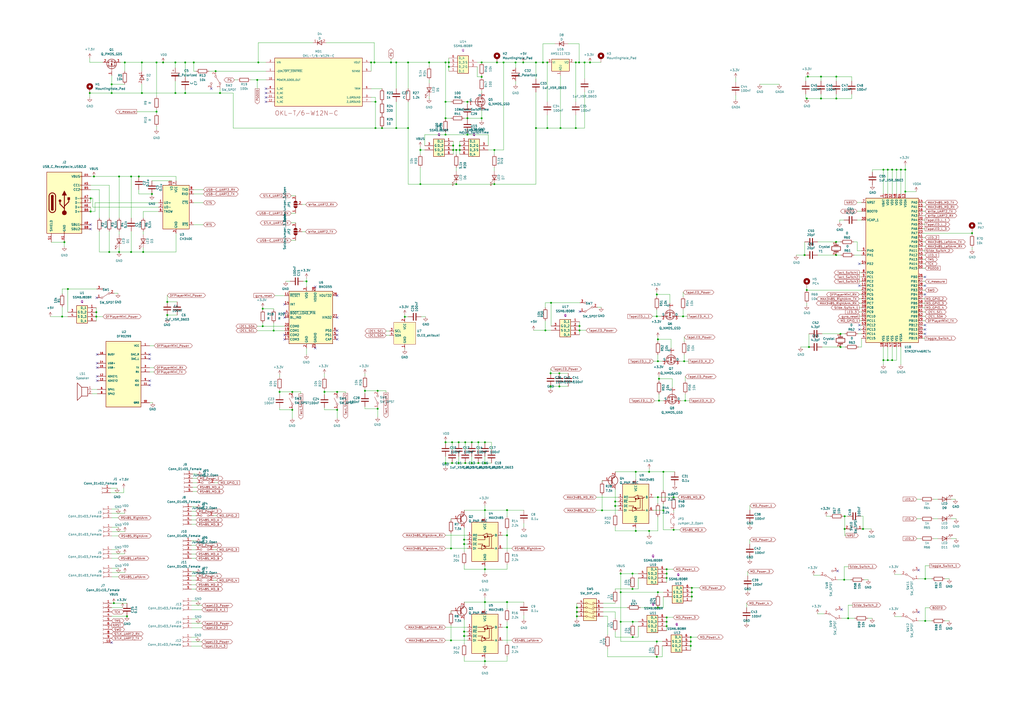
<source format=kicad_sch>
(kicad_sch (version 20211123) (generator eeschema)
  (paper "A2")
  (junction (at 229.87 74.295))
  (junction (at 381 183.515))
  (junction (at 476.25 44.45))
  (junction (at 288.29 36.195))
  (junction (at 563.88 135.255))
  (junction (at 264.668 106.807))
  (junction (at 368.808 273.685))
  (junction (at 485.14 44.45))
  (junction (at 269.875 256.54))
  (junction (at 52.578 122.682))
  (junction (at 169.545 237.744))
  (junction (at 476.25 57.15))
  (junction (at 382.27 219.71))
  (junction (at 83.058 146.177))
  (junction (at 152.4 179.07))
  (junction (at 281.305 295.91))
  (junction (at 261.62 318.135))
  (junction (at 264.668 86.995))
  (junction (at 262.89 86.995))
  (junction (at 73.66 357.505))
  (junction (at 112.395 36.195))
  (junction (at 236.728 74.295))
  (junction (at 76.073 102.362))
  (junction (at 382.27 232.41))
  (junction (at 487.553 201.295))
  (junction (at 217.805 74.295))
  (junction (at 356.87 293.497))
  (junction (at 386.715 335.28))
  (junction (at 169.545 227.33))
  (junction (at 514.985 98.425))
  (junction (at 468.63 44.45))
  (junction (at 334.01 74.295))
  (junction (at 401.32 343.535))
  (junction (at 390.779 307.34))
  (junction (at 397.51 232.41))
  (junction (at 520.065 98.425))
  (junction (at 217.805 59.055))
  (junction (at 334.645 354.965))
  (junction (at 195.58 237.744))
  (junction (at 376.555 307.975))
  (junction (at 294.132 310.515))
  (junction (at 360.045 343.535))
  (junction (at 107.442 53.975))
  (junction (at 292.1 36.195))
  (junction (at 376.555 273.685))
  (junction (at 386.715 330.2))
  (junction (at 269.24 313.055))
  (junction (at 234.823 183.769))
  (junction (at 390.779 288.417))
  (junction (at 400.685 369.57))
  (junction (at 386.715 363.22))
  (junction (at 219.075 226.695))
  (junction (at 356.87 290.957))
  (junction (at 294.132 295.91))
  (junction (at 273.685 256.54))
  (junction (at 195.58 227.33))
  (junction (at 310.896 36.195))
  (junction (at 217.17 36.195))
  (junction (at 63.373 146.177))
  (junction (at 360.045 360.68))
  (junction (at 279.4 36.195))
  (junction (at 281.305 349.25))
  (junction (at 489.712 336.296))
  (junction (at 72.39 36.195))
  (junction (at 80.518 102.362))
  (junction (at 310.896 74.295))
  (junction (at 334.645 357.505))
  (junction (at 266.065 256.54))
  (junction (at 36.068 183.642))
  (junction (at 127.635 53.975))
  (junction (at 158.75 191.77))
  (junction (at 366.903 332.74))
  (junction (at 269.24 368.935))
  (junction (at 299.085 36.195))
  (junction (at 149.86 36.195))
  (junction (at 466.725 147.955))
  (junction (at 324.485 224.155))
  (junction (at 243.84 86.995))
  (junction (at 491.998 358.648))
  (junction (at 381.635 196.85))
  (junction (at 514.985 208.915))
  (junction (at 512.445 98.425))
  (junction (at 317.5 36.195))
  (junction (at 266.065 268.605))
  (junction (at 281.305 256.54))
  (junction (at 64.77 48.895))
  (junction (at 281.305 330.2))
  (junction (at 336.169 189.103))
  (junction (at 149.225 46.355))
  (junction (at 269.24 366.395))
  (junction (at 335.915 36.195))
  (junction (at 266.7 86.995))
  (junction (at 37.338 140.462))
  (junction (at 381.635 209.55))
  (junction (at 101.727 36.195))
  (junction (at 162.179 227.33))
  (junction (at 467.995 168.275))
  (junction (at 269.24 315.595))
  (junction (at 317.5 74.295))
  (junction (at 485.013 147.955))
  (junction (at 286.766 86.995))
  (junction (at 367.03 360.68))
  (junction (at 525.145 111.125))
  (junction (at 316.357 191.643))
  (junction (at 236.728 36.195))
  (junction (at 262.89 84.455))
  (junction (at 69.088 102.362))
  (junction (at 517.525 98.425))
  (junction (at 152.4 189.23))
  (junction (at 90.805 64.77))
  (junction (at 101.727 53.975))
  (junction (at 467.995 57.15))
  (junction (at 485.14 57.15))
  (junction (at 319.405 216.535))
  (junction (at 97.028 175.133))
  (junction (at 339.09 36.195))
  (junction (at 360.045 332.74))
  (junction (at 258.445 78.105))
  (junction (at 336.169 191.643))
  (junction (at 489.966 299.466))
  (junction (at 188.214 227.33))
  (junction (at 334.01 36.195))
  (junction (at 384.81 296.037))
  (junction (at 76.073 146.177))
  (junction (at 314.96 36.195))
  (junction (at 401.32 346.075))
  (junction (at 54.483 102.362))
  (junction (at 69.088 146.177))
  (junction (at 266.7 84.455))
  (junction (at 260.35 38.735))
  (junction (at 258.445 36.195))
  (junction (at 381.635 352.425))
  (junction (at 281.305 268.605))
  (junction (at 281.305 383.54))
  (junction (at 243.84 106.807))
  (junction (at 400.685 372.11))
  (junction (at 52.578 115.062))
  (junction (at 500.634 306.832))
  (junction (at 349.25 296.037))
  (junction (at 525.145 98.425))
  (junction (at 55.88 181.102))
  (junction (at 39.37 167.64))
  (junction (at 319.659 175.641))
  (junction (at 277.495 256.54))
  (junction (at 273.685 268.605))
  (junction (at 396.24 183.515))
  (junction (at 215.265 36.195))
  (junction (at 381 170.815))
  (junction (at 219.075 237.109))
  (junction (at 319.405 224.155))
  (junction (at 325.12 74.295))
  (junction (at 386.715 360.68))
  (junction (at 279.4 68.58))
  (junction (at 277.495 268.605))
  (junction (at 125.095 41.275))
  (junction (at 82.296 53.975))
  (junction (at 258.445 68.58))
  (junction (at 261.62 371.475))
  (junction (at 396.875 209.55))
  (junction (at 262.255 256.54))
  (junction (at 55.88 183.642))
  (junction (at 260.35 36.195))
  (junction (at 487.553 193.675))
  (junction (at 522.605 98.425))
  (junction (at 401.32 340.995))
  (junction (at 334.645 352.425))
  (junction (at 303.53 36.195))
  (junction (at 536.702 360.172))
  (junction (at 294.132 363.855))
  (junction (at 536.702 335.788))
  (junction (at 381.635 343.535))
  (junction (at 517.525 208.915))
  (junction (at 367.03 369.57))
  (junction (at 66.04 349.885))
  (junction (at 485.013 140.335))
  (junction (at 286.766 106.807))
  (junction (at 384.81 273.685))
  (junction (at 271.145 78.105))
  (junction (at 226.822 36.195))
  (junction (at 381 372.11))
  (junction (at 368.808 307.975))
  (junction (at 342.265 36.195))
  (junction (at 279.4 44.577))
  (junction (at 177.8 163.195))
  (junction (at 90.805 36.195))
  (junction (at 221.615 74.295))
  (junction (at 97.028 182.753))
  (junction (at 258.445 59.055))
  (junction (at 82.296 36.195))
  (junction (at 269.875 268.605))
  (junction (at 400.685 374.65))
  (junction (at 94.615 36.195))
  (junction (at 64.77 53.975))
  (junction (at 107.442 36.195))
  (junction (at 258.445 268.605))
  (junction (at 469.265 201.295))
  (junction (at 381.635 288.417))
  (junction (at 366.903 341.63))
  (junction (at 294.132 349.25))
  (junction (at 88.138 112.522))
  (junction (at 324.485 216.535))
  (junction (at 52.07 53.975))
  (junction (at 381 381))
  (junction (at 229.87 36.195))
  (junction (at 262.255 268.605))
  (junction (at 258.445 256.54))
  (junction (at 512.445 208.915))
  (junction (at 211.709 226.695))
  (junction (at 386.715 332.74))
  (junction (at 271.145 59.055))
  (junction (at 271.145 68.58))
  (junction (at 489.966 306.832))
  (junction (at 386.715 358.14))
  (junction (at 248.92 36.195))
  (no_connect (at 195.58 184.15))
  (no_connect (at 536.575 170.815))
  (no_connect (at 154.305 59.055))
  (no_connect (at 165.1 176.53))
  (no_connect (at 536.575 165.735))
  (no_connect (at 532.892 355.092))
  (no_connect (at 498.475 188.595))
  (no_connect (at 154.305 51.435))
  (no_connect (at 485.902 331.216))
  (no_connect (at 52.578 130.302))
  (no_connect (at 122.555 51.435))
  (no_connect (at 154.305 56.515))
  (no_connect (at 532.892 330.708))
  (no_connect (at 154.305 53.975))
  (no_connect (at 498.475 165.735))
  (no_connect (at 488.188 353.568))
  (no_connect (at 86.868 223.393))
  (no_connect (at 165.1 181.61))
  (no_connect (at 56.388 205.613))
  (no_connect (at 536.575 191.135))
  (no_connect (at 165.1 194.31))
  (no_connect (at 536.575 160.655))
  (no_connect (at 56.388 213.233))
  (no_connect (at 336.423 180.721))
  (no_connect (at 64.77 372.745))
  (no_connect (at 195.58 196.85))
  (no_connect (at 498.475 153.035))
  (no_connect (at 86.868 205.613))
  (no_connect (at 498.475 191.135))
  (no_connect (at 182.88 201.93))
  (no_connect (at 86.868 208.153))
  (no_connect (at 195.58 194.31))
  (no_connect (at 56.388 218.313))
  (no_connect (at 165.1 196.85))
  (no_connect (at 86.868 220.853))
  (no_connect (at 165.1 184.15))
  (no_connect (at 195.58 191.77))
  (no_connect (at 52.578 132.842))
  (no_connect (at 56.388 220.853))
  (no_connect (at 195.58 171.45))
  (no_connect (at 56.134 172.72))
  (no_connect (at 56.388 210.693))
  (no_connect (at 182.88 166.37))
  (no_connect (at 536.575 193.675))
  (no_connect (at 536.575 188.595))
  (wire (pts (xy 269.24 306.07) (xy 269.24 313.055)))
  (wire (pts (xy 498.475 173.355) (xy 499.745 173.355)))
  (wire (pts (xy 314.96 36.195) (xy 317.5 36.195)))
  (wire (pts (xy 188.214 226.314) (xy 188.214 227.33)))
  (wire (pts (xy 158.75 191.77) (xy 165.1 191.77)))
  (wire (pts (xy 316.357 186.055) (xy 316.357 191.643)))
  (wire (pts (xy 246.38 84.455) (xy 246.38 78.105)))
  (wire (pts (xy 258.445 59.055) (xy 258.445 68.58)))
  (wire (pts (xy 498.475 163.195) (xy 499.745 163.195)))
  (wire (pts (xy 288.29 36.195) (xy 292.1 36.195)))
  (wire (pts (xy 382.27 232.41) (xy 384.81 232.41)))
  (wire (pts (xy 476.25 46.99) (xy 476.25 44.45)))
  (wire (pts (xy 535.305 155.575) (xy 536.575 155.575)))
  (wire (pts (xy 368.808 273.685) (xy 368.808 278.257)))
  (wire (pts (xy 123.7742 336.6262) (xy 125.6792 336.6262)))
  (wire (pts (xy 389.89 219.71) (xy 382.27 219.71)))
  (wire (pts (xy 271.145 59.055) (xy 271.78 59.055)))
  (wire (pts (xy 258.445 68.58) (xy 258.445 69.215)))
  (wire (pts (xy 260.35 38.735) (xy 260.35 41.275)))
  (wire (pts (xy 536.575 132.715) (xy 535.305 132.715)))
  (wire (pts (xy 491.998 358.648) (xy 495.808 358.648)))
  (wire (pts (xy 489.585 127.635) (xy 487.045 127.635)))
  (wire (pts (xy 121.285 41.275) (xy 125.095 41.275)))
  (wire (pts (xy 381.635 209.55) (xy 384.175 209.55)))
  (wire (pts (xy 162.179 226.314) (xy 162.179 227.33)))
  (wire (pts (xy 535.305 120.015) (xy 536.575 120.015)))
  (wire (pts (xy 107.442 53.975) (xy 127.635 53.975)))
  (wire (pts (xy 381.635 343.535) (xy 384.81 343.535)))
  (wire (pts (xy 64.897 329.565) (xy 68.707 329.565)))
  (wire (pts (xy 83.058 146.177) (xy 102.108 146.177)))
  (wire (pts (xy 563.88 135.255) (xy 563.88 134.62)))
  (wire (pts (xy 386.715 335.28) (xy 386.715 332.74)))
  (wire (pts (xy 69.088 134.112) (xy 69.088 136.017)))
  (wire (pts (xy 258.445 264.795) (xy 258.445 268.605)))
  (wire (pts (xy 175.895 163.195) (xy 177.8 163.195)))
  (wire (pts (xy 113.665 41.275) (xy 112.395 41.275)))
  (wire (pts (xy 111.125 299.085) (xy 113.665 299.085)))
  (wire (pts (xy 396.875 205.74) (xy 396.875 209.55)))
  (wire (pts (xy 64.77 295.275) (xy 68.58 295.275)))
  (wire (pts (xy 229.87 74.295) (xy 236.728 74.295)))
  (wire (pts (xy 514.985 201.295) (xy 514.985 208.915)))
  (wire (pts (xy 400.685 369.57) (xy 404.495 369.57)))
  (wire (pts (xy 279.4 44.577) (xy 279.4 45.085)))
  (wire (pts (xy 512.445 112.395) (xy 512.445 98.425)))
  (wire (pts (xy 512.445 201.295) (xy 512.445 208.915)))
  (wire (pts (xy 135.255 74.295) (xy 217.805 74.295)))
  (wire (pts (xy 474.345 140.335) (xy 485.013 140.335)))
  (wire (pts (xy 494.03 44.45) (xy 494.03 46.99)))
  (wire (pts (xy 258.445 255.905) (xy 258.445 256.54)))
  (wire (pts (xy 162.179 227.33) (xy 169.545 227.33)))
  (wire (pts (xy 111.125 304.165) (xy 113.665 304.165)))
  (wire (pts (xy 211.709 218.059) (xy 211.709 216.789)))
  (wire (pts (xy 384.175 374.65) (xy 384.175 381)))
  (wire (pts (xy 535.305 196.215) (xy 536.575 196.215)))
  (wire (pts (xy 389.89 224.79) (xy 389.89 219.71)))
  (wire (pts (xy 269.24 359.41) (xy 269.24 366.395)))
  (wire (pts (xy 376.555 307.975) (xy 368.808 307.975)))
  (wire (pts (xy 271.145 68.58) (xy 271.145 67.945)))
  (wire (pts (xy 269.875 268.605) (xy 273.685 268.605)))
  (wire (pts (xy 76.073 126.492) (xy 76.073 102.362)))
  (wire (pts (xy 54.483 102.362) (xy 69.088 102.362)))
  (wire (pts (xy 506.095 98.425) (xy 506.095 99.695)))
  (wire (pts (xy 400.685 377.19) (xy 400.685 374.65)))
  (wire (pts (xy 269.24 295.91) (xy 281.305 295.91)))
  (wire (pts (xy 434.975 313.055) (xy 434.975 315.595)))
  (wire (pts (xy 69.088 146.177) (xy 76.073 146.177)))
  (wire (pts (xy 498.475 170.815) (xy 499.745 170.815)))
  (wire (pts (xy 111.0742 316.3062) (xy 113.6142 316.3062)))
  (wire (pts (xy 258.445 268.605) (xy 262.255 268.605)))
  (wire (pts (xy 36.068 167.64) (xy 39.37 167.64)))
  (wire (pts (xy 401.32 340.995) (xy 405.765 340.995)))
  (wire (pts (xy 467.36 44.45) (xy 468.63 44.45)))
  (wire (pts (xy 269.24 315.595) (xy 269.24 320.04)))
  (wire (pts (xy 64.77 323.85) (xy 68.58 323.85)))
  (wire (pts (xy 188.214 236.474) (xy 188.214 237.744)))
  (wire (pts (xy 467.36 57.15) (xy 467.995 57.15)))
  (wire (pts (xy 514.985 112.395) (xy 514.985 98.425)))
  (wire (pts (xy 489.204 299.466) (xy 489.966 299.466)))
  (wire (pts (xy 82.296 36.195) (xy 90.805 36.195)))
  (wire (pts (xy 57.658 126.492) (xy 57.658 109.982)))
  (wire (pts (xy 535.305 145.415) (xy 536.575 145.415)))
  (wire (pts (xy 469.265 193.675) (xy 469.265 201.295)))
  (wire (pts (xy 57.658 134.112) (xy 57.658 146.177)))
  (wire (pts (xy 291.465 371.475) (xy 296.926 371.475)))
  (wire (pts (xy 248.92 55.88) (xy 248.92 57.15)))
  (wire (pts (xy 281.305 349.25) (xy 281.305 353.695)))
  (wire (pts (xy 367.03 360.68) (xy 370.205 360.68)))
  (wire (pts (xy 234.823 202.184) (xy 234.823 202.819)))
  (wire (pts (xy 111.0742 336.6262) (xy 113.6142 336.6262)))
  (wire (pts (xy 378.968 288.417) (xy 381.635 288.417)))
  (wire (pts (xy 234.823 182.499) (xy 234.823 183.769)))
  (wire (pts (xy 316.357 175.641) (xy 319.659 175.641)))
  (wire (pts (xy 517.525 98.425) (xy 517.525 112.395)))
  (wire (pts (xy 64.77 318.77) (xy 68.58 318.77)))
  (wire (pts (xy 489.966 306.832) (xy 489.966 299.466)))
  (wire (pts (xy 303.911 356.87) (xy 303.911 359.156)))
  (wire (pts (xy 498.475 180.975) (xy 499.745 180.975)))
  (wire (pts (xy 500.634 306.832) (xy 505.46 306.832)))
  (wire (pts (xy 317.5 74.295) (xy 310.896 74.295)))
  (wire (pts (xy 487.553 193.675) (xy 490.093 193.675)))
  (wire (pts (xy 269.24 330.2) (xy 281.305 330.2)))
  (wire (pts (xy 158.75 187.325) (xy 158.75 191.77)))
  (wire (pts (xy 485.902 336.296) (xy 489.712 336.296)))
  (wire (pts (xy 90.805 55.88) (xy 90.805 36.195)))
  (wire (pts (xy 468.63 44.45) (xy 476.25 44.45)))
  (wire (pts (xy 269.24 366.395) (xy 269.24 368.935)))
  (wire (pts (xy 525.145 111.125) (xy 525.145 112.395)))
  (wire (pts (xy 499.745 117.475) (xy 497.205 117.475)))
  (wire (pts (xy 381 373.38) (xy 381 372.11)))
  (wire (pts (xy 64.897 308.356) (xy 72.517 308.356)))
  (wire (pts (xy 476.25 57.15) (xy 485.14 57.15)))
  (wire (pts (xy 397.51 228.6) (xy 397.51 232.41)))
  (wire (pts (xy 535.305 150.495) (xy 536.575 150.495)))
  (wire (pts (xy 401.32 346.075) (xy 401.32 343.535)))
  (wire (pts (xy 64.77 349.885) (xy 66.04 349.885)))
  (wire (pts (xy 36.068 167.64) (xy 36.068 170.434)))
  (wire (pts (xy 498.475 186.055) (xy 499.745 186.055)))
  (wire (pts (xy 360.045 360.68) (xy 360.045 372.11)))
  (wire (pts (xy 299.085 46.99) (xy 299.085 48.895)))
  (wire (pts (xy 319.659 175.641) (xy 336.423 175.641)))
  (wire (pts (xy 52.07 36.195) (xy 59.69 36.195)))
  (wire (pts (xy 177.8 163.195) (xy 177.8 166.37)))
  (wire (pts (xy 329.565 25.4) (xy 335.915 25.4)))
  (wire (pts (xy 269.24 313.055) (xy 271.145 313.055)))
  (wire (pts (xy 551.688 300.99) (xy 554.736 300.99)))
  (wire (pts (xy 64.77 53.975) (xy 82.296 53.975)))
  (wire (pts (xy 500.126 306.832) (xy 500.634 306.832)))
  (wire (pts (xy 325.12 43.815) (xy 325.12 74.295)))
  (wire (pts (xy 189.23 24.765) (xy 217.17 24.765)))
  (wire (pts (xy 495.173 140.335) (xy 497.205 140.335)))
  (wire (pts (xy 381.635 288.417) (xy 390.779 288.417)))
  (wire (pts (xy 366.903 334.01) (xy 366.903 332.74)))
  (wire (pts (xy 314.96 25.4) (xy 314.96 36.195)))
  (wire (pts (xy 294.132 353.06) (xy 294.132 349.25)))
  (wire (pts (xy 169.545 227.33) (xy 174.498 227.33)))
  (wire (pts (xy 550.672 360.172) (xy 548.132 360.172)))
  (wire (pts (xy 319.405 224.155) (xy 324.485 224.155)))
  (wire (pts (xy 281.305 330.2) (xy 294.132 330.2)))
  (wire (pts (xy 367.03 369.57) (xy 370.205 369.57)))
  (wire (pts (xy 360.045 332.74) (xy 366.903 332.74)))
  (wire (pts (xy 426.72 45.085) (xy 426.72 47.625)))
  (wire (pts (xy 294.132 295.91) (xy 303.911 295.91)))
  (wire (pts (xy 55.88 183.642) (xy 55.88 186.182)))
  (wire (pts (xy 246.888 183.769) (xy 244.348 183.769)))
  (wire (pts (xy 159.385 171.45) (xy 165.1 171.45)))
  (wire (pts (xy 535.305 188.595) (xy 536.575 188.595)))
  (wire (pts (xy 336.169 191.643) (xy 339.979 191.643)))
  (wire (pts (xy 334.645 354.965) (xy 334.645 357.505)))
  (wire (pts (xy 226.822 34.29) (xy 226.822 36.195)))
  (wire (pts (xy 111.0742 323.9262) (xy 113.6142 323.9262)))
  (wire (pts (xy 285.115 256.54) (xy 281.305 256.54)))
  (wire (pts (xy 376.555 307.975) (xy 381.635 307.975)))
  (wire (pts (xy 94.615 36.195) (xy 101.727 36.195)))
  (wire (pts (xy 303.53 36.195) (xy 310.896 36.195)))
  (wire (pts (xy 433.705 331.47) (xy 433.705 334.01)))
  (wire (pts (xy 381.635 205.74) (xy 381.635 209.55)))
  (wire (pts (xy 69.85 36.195) (xy 72.39 36.195)))
  (wire (pts (xy 152.4 179.07) (xy 152.4 179.705)))
  (wire (pts (xy 83.058 126.492) (xy 83.058 122.682)))
  (wire (pts (xy 52.07 33.655) (xy 52.07 36.195)))
  (wire (pts (xy 489.966 299.466) (xy 491.744 299.466)))
  (wire (pts (xy 309.499 191.643) (xy 316.357 191.643)))
  (wire (pts (xy 111.125 294.005) (xy 113.665 294.005)))
  (wire (pts (xy 112.268 112.522) (xy 117.983 112.522)))
  (wire (pts (xy 367.03 360.68) (xy 367.03 361.95)))
  (wire (pts (xy 281.305 268.605) (xy 285.115 268.605)))
  (wire (pts (xy 281.305 381.635) (xy 281.305 383.54)))
  (wire (pts (xy 269.24 68.58) (xy 271.145 68.58)))
  (wire (pts (xy 474.345 147.955) (xy 485.013 147.955)))
  (wire (pts (xy 334.01 66.675) (xy 334.01 74.295)))
  (wire (pts (xy 264.668 106.807) (xy 286.766 106.807)))
  (wire (pts (xy 260.35 33.655) (xy 260.35 36.195)))
  (wire (pts (xy 236.728 106.807) (xy 243.84 106.807)))
  (wire (pts (xy 535.305 178.435) (xy 536.575 178.435)))
  (wire (pts (xy 376.555 273.685) (xy 384.81 273.685)))
  (wire (pts (xy 229.87 59.055) (xy 229.87 74.295)))
  (wire (pts (xy 520.065 201.295) (xy 520.065 208.915)))
  (wire (pts (xy 52.07 53.975) (xy 52.07 56.515)))
  (wire (pts (xy 294.132 307.34) (xy 294.132 310.515)))
  (wire (pts (xy 400.685 369.57) (xy 400.685 372.11)))
  (wire (pts (xy 86.868 200.533) (xy 89.408 200.533)))
  (wire (pts (xy 332.74 36.195) (xy 334.01 36.195)))
  (wire (pts (xy 317.5 74.295) (xy 325.12 74.295)))
  (wire (pts (xy 499.745 201.295) (xy 499.745 196.215)))
  (wire (pts (xy 345.948 296.037) (xy 349.25 296.037)))
  (wire (pts (xy 396.24 183.515) (xy 398.78 183.515)))
  (wire (pts (xy 111.125 296.545) (xy 113.665 296.545)))
  (wire (pts (xy 390.779 296.037) (xy 390.779 297.18)))
  (wire (pts (xy 55.88 181.102) (xy 55.88 183.642)))
  (wire (pts (xy 69.088 102.362) (xy 69.088 126.492)))
  (wire (pts (xy 83.058 122.682) (xy 91.948 122.682)))
  (wire (pts (xy 258.445 256.54) (xy 258.445 257.175)))
  (wire (pts (xy 535.305 130.175) (xy 536.575 130.175)))
  (wire (pts (xy 316.357 191.643) (xy 319.659 191.643)))
  (wire (pts (xy 286.766 86.995) (xy 292.1 86.995)))
  (wire (pts (xy 319.659 189.103) (xy 319.659 175.641)))
  (wire (pts (xy 177.292 118.618) (xy 175.26 118.618)))
  (wire (pts (xy 349.885 354.965) (xy 356.87 354.965)))
  (wire (pts (xy 389.255 196.85) (xy 381.635 196.85)))
  (wire (pts (xy 294.132 383.54) (xy 294.132 380.619)))
  (wire (pts (xy 64.77 297.815) (xy 72.39 297.815)))
  (wire (pts (xy 461.899 147.955) (xy 466.725 147.955)))
  (wire (pts (xy 281.305 293.37) (xy 281.305 295.91)))
  (wire (pts (xy 381 183.515) (xy 383.54 183.515)))
  (wire (pts (xy 476.885 201.295) (xy 487.553 201.295)))
  (wire (pts (xy 64.897 334.645) (xy 68.707 334.645)))
  (wire (pts (xy 396.875 209.55) (xy 399.415 209.55)))
  (wire (pts (xy 283.21 86.995) (xy 286.766 86.995)))
  (wire (pts (xy 382.27 218.44) (xy 382.27 219.71)))
  (wire (pts (xy 360.045 360.68) (xy 367.03 360.68)))
  (wire (pts (xy 294.132 330.2) (xy 294.132 327.279)))
  (wire (pts (xy 111.76 280.035) (xy 114.3 280.035)))
  (wire (pts (xy 497.713 193.675) (xy 499.745 193.675)))
  (wire (pts (xy 291.465 318.135) (xy 296.926 318.135)))
  (wire (pts (xy 107.442 44.45) (xy 107.442 36.195)))
  (wire (pts (xy 386.715 330.2) (xy 390.525 330.2)))
  (wire (pts (xy 467.995 168.275) (xy 467.995 167.005)))
  (wire (pts (xy 489.712 336.296) (xy 489.712 328.676)))
  (wire (pts (xy 356.87 283.845) (xy 356.87 290.957)))
  (wire (pts (xy 136.017 46.355) (xy 137.795 46.355)))
  (wire (pts (xy 269.24 381) (xy 269.24 383.54)))
  (wire (pts (xy 371.475 352.425) (xy 381.635 352.425)))
  (wire (pts (xy 435.0258 293.2938) (xy 435.0258 295.8338)))
  (wire (pts (xy 67.945 283.21) (xy 64.135 283.21)))
  (wire (pts (xy 271.145 76.835) (xy 271.145 78.105)))
  (wire (pts (xy 517.525 98.425) (xy 520.065 98.425)))
  (wire (pts (xy 286.766 97.155) (xy 286.766 99.187)))
  (wire (pts (xy 107.442 52.07) (xy 107.442 53.975)))
  (wire (pts (xy 535.305 122.555) (xy 536.575 122.555)))
  (wire (pts (xy 336.169 189.103) (xy 336.169 191.643)))
  (wire (pts (xy 97.028 175.133) (xy 102.743 175.133)))
  (wire (pts (xy 294.132 349.25) (xy 303.911 349.25)))
  (wire (pts (xy 80.518 102.362) (xy 102.108 102.362)))
  (wire (pts (xy 269.24 349.25) (xy 281.305 349.25)))
  (wire (pts (xy 356.87 354.965) (xy 356.87 358.775)))
  (wire (pts (xy 376.555 271.78) (xy 376.555 273.685)))
  (wire (pts (xy 467.995 175.895) (xy 467.995 177.165)))
  (wire (pts (xy 335.915 36.195) (xy 339.09 36.195)))
  (wire (pts (xy 112.268 117.602) (xy 117.983 117.602)))
  (wire (pts (xy 277.495 268.605) (xy 281.305 268.605)))
  (wire (pts (xy 101.727 36.195) (xy 101.727 39.37)))
  (wire (pts (xy 281.305 346.71) (xy 281.305 349.25)))
  (wire (pts (xy 401.32 348.615) (xy 401.32 346.075)))
  (wire (pts (xy 536.702 335.788) (xy 540.512 335.788)))
  (wire (pts (xy 162.179 227.33) (xy 162.179 228.854)))
  (wire (pts (xy 55.118 117.602) (xy 91.948 117.602)))
  (wire (pts (xy 261.62 318.135) (xy 271.145 318.135)))
  (wire (pts (xy 266.065 268.605) (xy 269.875 268.605)))
  (wire (pts (xy 52.07 53.975) (xy 64.77 53.975)))
  (wire (pts (xy 378.46 183.515) (xy 381 183.515)))
  (wire (pts (xy 319.405 216.535) (xy 324.485 216.535)))
  (wire (pts (xy 531.876 312.42) (xy 533.908 312.42)))
  (wire (pts (xy 281.305 383.54) (xy 294.132 383.54)))
  (wire (pts (xy 535.305 168.275) (xy 536.575 168.275)))
  (wire (pts (xy 258.445 36.195) (xy 260.35 36.195)))
  (wire (pts (xy 111.76 285.115) (xy 114.3 285.115)))
  (wire (pts (xy 281.305 256.54) (xy 281.305 257.175)))
  (wire (pts (xy 258.445 318.135) (xy 261.62 318.135)))
  (wire (pts (xy 262.255 268.605) (xy 266.065 268.605)))
  (wire (pts (xy 188.214 216.789) (xy 188.214 218.694)))
  (wire (pts (xy 277.495 256.54) (xy 281.305 256.54)))
  (wire (pts (xy 339.09 53.34) (xy 339.09 74.295)))
  (wire (pts (xy 291.465 310.515) (xy 294.132 310.515)))
  (wire (pts (xy 107.442 36.195) (xy 112.395 36.195)))
  (wire (pts (xy 112.268 130.302) (xy 117.983 130.302)))
  (wire (pts (xy 111.125 364.109) (xy 117.094 364.109)))
  (wire (pts (xy 384.81 346.075) (xy 384.81 352.425)))
  (wire (pts (xy 285.115 260.985) (xy 285.115 256.54)))
  (wire (pts (xy 76.073 102.362) (xy 80.518 102.362)))
  (wire (pts (xy 102.108 135.382) (xy 102.108 146.177)))
  (wire (pts (xy 334.01 36.195) (xy 334.01 59.055)))
  (wire (pts (xy 382.27 228.6) (xy 382.27 232.41)))
  (wire (pts (xy 64.897 305.816) (xy 68.707 305.816)))
  (wire (pts (xy 66.294 170.18) (xy 68.453 170.18)))
  (wire (pts (xy 90.805 73.406) (xy 90.805 74.93)))
  (wire (pts (xy 319.405 213.995) (xy 319.405 216.535)))
  (wire (pts (xy 174.498 228.473) (xy 174.498 227.33)))
  (wire (pts (xy 149.225 191.77) (xy 158.75 191.77)))
  (wire (pts (xy 145.415 46.355) (xy 149.225 46.355)))
  (wire (pts (xy 64.897 310.896) (xy 68.707 310.896)))
  (wire (pts (xy 101.727 46.99) (xy 101.727 53.975)))
  (wire (pts (xy 551.688 312.42) (xy 554.736 312.42)))
  (wire (pts (xy 563.88 143.51) (xy 563.88 144.78)))
  (wire (pts (xy 541.528 312.42) (xy 544.068 312.42)))
  (wire (pts (xy 498.475 175.895) (xy 499.745 175.895)))
  (wire (pts (xy 286.766 106.807) (xy 310.896 106.807)))
  (wire (pts (xy 215.265 59.055) (xy 217.805 59.055)))
  (wire (pts (xy 262.255 256.54) (xy 266.065 256.54)))
  (wire (pts (xy 217.17 36.195) (xy 226.822 36.195)))
  (wire (pts (xy 243.84 84.963) (xy 243.84 86.995)))
  (wire (pts (xy 360.045 343.535) (xy 360.045 360.68)))
  (wire (pts (xy 229.87 36.195) (xy 236.728 36.195)))
  (wire (pts (xy 489.712 336.296) (xy 493.522 336.296)))
  (wire (pts (xy 69.088 143.637) (xy 69.088 146.177)))
  (wire (pts (xy 262.255 260.985) (xy 262.255 256.54)))
  (wire (pts (xy 349.25 278.765) (xy 349.25 279.527)))
  (wire (pts (xy 535.305 137.795) (xy 536.575 137.795)))
  (wire (pts (xy 397.51 232.41) (xy 400.05 232.41)))
  (wire (pts (xy 111.125 301.625) (xy 113.665 301.625)))
  (wire (pts (xy 303.911 303.53) (xy 303.911 305.816)))
  (wire (pts (xy 273.685 256.54) (xy 277.495 256.54)))
  (wire (pts (xy 169.545 237.744) (xy 169.545 242.57)))
  (wire (pts (xy 243.84 97.155) (xy 243.84 106.807)))
  (wire (pts (xy 522.605 112.395) (xy 522.605 98.425)))
  (wire (pts (xy 258.445 36.195) (xy 258.445 59.055)))
  (wire (pts (xy 517.525 208.915) (xy 517.525 201.295)))
  (wire (pts (xy 53.848 115.062) (xy 53.848 120.142)))
  (wire (pts (xy 37.338 140.462) (xy 37.338 143.002)))
  (wire (pts (xy 83.058 134.112) (xy 83.058 136.017)))
  (wire (pts (xy 261.62 300.99) (xy 261.62 301.625)))
  (wire (pts (xy 83.058 143.637) (xy 83.058 146.177)))
  (wire (pts (xy 82.296 53.975) (xy 101.727 53.975)))
  (wire (pts (xy 135.255 53.975) (xy 135.255 74.295)))
  (wire (pts (xy 152.4 189.23) (xy 165.1 189.23)))
  (wire (pts (xy 219.075 237.109) (xy 219.075 241.935)))
  (wire (pts (xy 248.92 36.195) (xy 258.445 36.195)))
  (wire (pts (xy 82.296 36.195) (xy 82.296 41.148)))
  (wire (pts (xy 535.305 170.815) (xy 536.575 170.815)))
  (wire (pts (xy 127.635 53.975) (xy 135.255 53.975)))
  (wire (pts (xy 532.892 335.788) (xy 536.702 335.788)))
  (wire (pts (xy 356.87 341.63) (xy 366.903 341.63)))
  (wire (pts (xy 535.305 165.735) (xy 536.575 165.735)))
  (wire (pts (xy 111.0742 331.5462) (xy 113.6142 331.5462)))
  (wire (pts (xy 111.0742 313.7662) (xy 113.6142 313.7662)))
  (wire (pts (xy 401.32 343.535) (xy 401.32 340.995)))
  (wire (pts (xy 525.145 98.425) (xy 525.145 95.885)))
  (wire (pts (xy 535.305 125.095) (xy 536.575 125.095)))
  (wire (pts (xy 162.179 236.474) (xy 162.179 237.744)))
  (wire (pts (xy 334.645 352.425) (xy 334.645 354.965)))
  (wire (pts (xy 356.87 341.63) (xy 356.87 342.265)))
  (wire (pts (xy 52.578 122.682) (xy 55.118 122.682)))
  (wire (pts (xy 310.896 74.295) (xy 310.896 106.807)))
  (wire (pts (xy 283.21 84.455) (xy 283.21 78.105)))
  (wire (pts (xy 57.658 109.982) (xy 52.578 109.982)))
  (wire (pts (xy 111.76 282.575) (xy 114.3 282.575)))
  (wire (pts (xy 112.395 36.195) (xy 149.86 36.195)))
  (wire (pts (xy 149.225 46.355) (xy 154.305 46.355)))
  (wire (pts (xy 281.305 328.295) (xy 281.305 330.2)))
  (wire (pts (xy 53.467 228.473) (xy 56.388 228.473)))
  (wire (pts (xy 356.87 290.957) (xy 356.87 293.497)))
  (wire (pts (xy 281.305 264.795) (xy 281.305 268.605)))
  (wire (pts (xy 162.179 237.744) (xy 169.545 237.744)))
  (wire (pts (xy 324.485 224.155) (xy 329.565 224.155)))
  (wire (pts (xy 102.108 104.902) (xy 102.108 102.362)))
  (wire (pts (xy 291.465 363.855) (xy 294.132 363.855)))
  (wire (pts (xy 498.475 191.135) (xy 499.745 191.135)))
  (wire (pts (xy 29.21 183.642) (xy 36.068 183.642)))
  (wire (pts (xy 381.635 344.805) (xy 381.635 343.535)))
  (wire (pts (xy 334.01 74.295) (xy 339.09 74.295)))
  (wire (pts (xy 171.45 113.538) (xy 168.91 113.538)))
  (wire (pts (xy 321.945 25.4) (xy 314.96 25.4)))
  (wire (pts (xy 281.305 295.91) (xy 294.132 295.91)))
  (wire (pts (xy 360.045 372.11) (xy 381 372.11)))
  (wire (pts (xy 514.985 98.425) (xy 517.525 98.425)))
  (wire (pts (xy 188.214 237.744) (xy 195.58 237.744)))
  (wire (pts (xy 111.76 274.955) (xy 114.3 274.955)))
  (wire (pts (xy 396.24 169.545) (xy 396.24 172.085)))
  (wire (pts (xy 435.0258 303.4538) (xy 435.0258 304.7238)))
  (wire (pts (xy 356.87 307.975) (xy 368.808 307.975)))
  (wire (pts (xy 498.475 165.735) (xy 499.745 165.735)))
  (wire (pts (xy 310.896 36.195) (xy 310.896 45.847)))
  (wire (pts (xy 264.668 97.155) (xy 264.668 99.187)))
  (wire (pts (xy 149.225 46.355) (xy 149.225 51.435)))
  (wire (pts (xy 384.81 284.48) (xy 384.81 273.685)))
  (wire (pts (xy 492.252 328.676) (xy 489.712 328.676)))
  (wire (pts (xy 535.305 127.635) (xy 536.575 127.635)))
  (wire (pts (xy 467.36 44.45) (xy 467.36 46.99)))
  (wire (pts (xy 63.373 107.442) (xy 63.373 126.492)))
  (wire (pts (xy 90.805 36.195) (xy 94.615 36.195)))
  (wire (pts (xy 379.095 209.55) (xy 381.635 209.55)))
  (wire (pts (xy 72.39 36.195) (xy 82.296 36.195)))
  (wire (pts (xy 111.76 277.495) (xy 114.3 277.495)))
  (wire (pts (xy 356.87 366.395) (xy 356.87 369.57)))
  (wire (pts (xy 535.305 135.255) (xy 563.88 135.255)))
  (wire (pts (xy 536.575 142.875) (xy 535.305 142.875)))
  (wire (pts (xy 390.779 288.417) (xy 393.319 288.417)))
  (wire (pts (xy 345.948 288.417) (xy 358.648 288.417)))
  (wire (pts (xy 466.725 140.335) (xy 466.725 147.955)))
  (wire (pts (xy 101.727 36.195) (xy 107.442 36.195)))
  (wire (pts (xy 211.709 235.839) (xy 211.709 237.109)))
  (wire (pts (xy 149.86 24.765) (xy 149.86 36.195)))
  (wire (pts (xy 97.028 182.753) (xy 97.028 184.658)))
  (wire (pts (xy 384.81 292.1) (xy 384.81 296.037)))
  (wire (pts (xy 379.73 232.41) (xy 382.27 232.41)))
  (wire (pts (xy 217.17 24.765) (xy 217.17 36.195)))
  (wire (pts (xy 335.915 25.4) (xy 335.915 36.195)))
  (wire (pts (xy 467.995 57.15) (xy 476.25 57.15)))
  (wire (pts (xy 522.732 357.632) (xy 518.922 357.632)))
  (wire (pts (xy 294.132 360.68) (xy 294.132 363.855)))
  (wire (pts (xy 110.998 374.777) (xy 116.967 374.777)))
  (wire (pts (xy 366.903 341.63) (xy 370.205 341.63)))
  (wire (pts (xy 171.45 123.698) (xy 168.91 123.698)))
  (wire (pts (xy 381.635 195.58) (xy 381.635 196.85)))
  (wire (pts (xy 64.897 332.105) (xy 72.517 332.105)))
  (wire (pts (xy 475.742 333.756) (xy 471.932 333.756)))
  (wire (pts (xy 525.145 98.425) (xy 525.145 111.125)))
  (wire (pts (xy 478.028 356.108) (xy 474.218 356.108)))
  (wire (pts (xy 162.179 218.694) (xy 162.179 217.424)))
  (wire (pts (xy 356.87 369.57) (xy 367.03 369.57)))
  (wire (pts (xy 497.967 201.295) (xy 499.745 201.295)))
  (wire (pts (xy 215.265 36.195) (xy 215.265 41.275)))
  (wire (pts (xy 258.445 78.105) (xy 271.145 78.105)))
  (wire (pts (xy 57.658 146.177) (xy 63.373 146.177)))
  (wire (pts (xy 211.709 226.695) (xy 211.709 228.219)))
  (wire (pts (xy 281.305 330.2) (xy 281.305 332.105)))
  (wire (pts (xy 352.425 357.505) (xy 352.425 368.3)))
  (wire (pts (xy 169.545 237.49) (xy 169.545 237.744)))
  (wire (pts (xy 66.04 349.885) (xy 73.66 349.885)))
  (wire (pts (xy 261.62 371.475) (xy 271.145 371.475)))
  (wire (pts (xy 386.715 332.74) (xy 386.715 330.2)))
  (wire (pts (xy 236.728 74.295) (xy 236.728 106.807)))
  (wire (pts (xy 181.61 24.765) (xy 149.86 24.765)))
  (wire (pts (xy 88.138 112.522) (xy 88.138 113.157)))
  (wire (pts (xy 110.998 369.697) (xy 114.808 369.697)))
  (wire (pts (xy 195.58 227.33) (xy 200.406 227.33)))
  (wire (pts (xy 261.62 354.33) (xy 261.62 354.965)))
  (wire (pts (xy 55.88 183.642) (xy 59.69 183.642)))
  (wire (pts (xy 53.848 120.142) (xy 91.948 120.142)))
  (wire (pts (xy 536.575 183.515) (xy 535.305 183.515)))
  (wire (pts (xy 97.028 182.753) (xy 102.743 182.753)))
  (wire (pts (xy 271.145 78.105) (xy 283.21 78.105)))
  (wire (pts (xy 71.755 285.75) (xy 64.135 285.75)))
  (wire (pts (xy 234.823 183.769) (xy 234.823 184.404)))
  (wire (pts (xy 536.702 360.172) (xy 540.512 360.172)))
  (wire (pts (xy 433.705 341.63) (xy 433.705 342.9)))
  (wire (pts (xy 64.77 48.895) (xy 64.77 53.975)))
  (wire (pts (xy 497.205 122.555) (xy 499.745 122.555)))
  (wire (pts (xy 563.88 135.255) (xy 563.88 135.89)))
  (wire (pts (xy 123.7742 318.8462) (xy 125.6792 318.8462)))
  (wire (pts (xy 360.045 343.535) (xy 381.635 343.535)))
  (wire (pts (xy 277.495 260.985) (xy 277.495 256.54)))
  (wire (pts (xy 535.305 160.655) (xy 536.575 160.655)))
  (wire (pts (xy 152.4 179.07) (xy 158.75 179.07)))
  (wire (pts (xy 111.0742 321.3862) (xy 113.6142 321.3862)))
  (wire (pts (xy 215.265 51.435) (xy 221.615 51.435)))
  (wire (pts (xy 211.709 225.679) (xy 211.709 226.695)))
  (wire (pts (xy 217.805 59.055) (xy 217.805 74.295)))
  (wire (pts (xy 499.364 299.466) (xy 500.634 299.466)))
  (wire (pts (xy 80.518 112.522) (xy 88.138 112.522)))
  (wire (pts (xy 368.808 306.197) (xy 368.808 307.975)))
  (wire (pts (xy 83.058 146.177) (xy 76.073 146.177)))
  (wire (pts (xy 531.876 289.56) (xy 533.908 289.56)))
  (wire (pts (xy 258.445 68.58) (xy 261.62 68.58)))
  (wire (pts (xy 384.81 307.34) (xy 390.779 307.34)))
  (wire (pts (xy 262.255 256.54) (xy 258.445 256.54)))
  (wire (pts (xy 86.868 233.553) (xy 88.646 233.553)))
  (wire (pts (xy 339.09 36.195) (xy 342.265 36.195)))
  (wire (pts (xy 356.87 305.689) (xy 356.87 307.975)))
  (wire (pts (xy 489.966 306.832) (xy 489.966 310.642)))
  (wire (pts (xy 381 169.545) (xy 381 170.815)))
  (wire (pts (xy 271.145 68.58) (xy 271.145 69.215)))
  (wire (pts (xy 195.58 237.744) (xy 195.58 242.57)))
  (wire (pts (xy 152.4 187.325) (xy 152.4 189.23)))
  (wire (pts (xy 497.205 127.635) (xy 499.745 127.635)))
  (wire (pts (xy 386.715 360.68) (xy 386.715 358.14)))
  (wire (pts (xy 149.225 189.23) (xy 152.4 189.23)))
  (wire (pts (xy 550.672 335.788) (xy 548.132 335.788)))
  (wire (pts (xy 112.268 109.982) (xy 117.983 109.982)))
  (wire (pts (xy 279.4 43.815) (xy 279.4 44.577)))
  (wire (pts (xy 400.685 374.65) (xy 400.685 372.11)))
  (wire (pts (xy 360.045 332.74) (xy 360.045 343.535)))
  (wire (pts (xy 63.373 134.112) (xy 63.373 146.177)))
  (wire (pts (xy 111.125 361.569) (xy 117.094 361.569)))
  (wire (pts (xy 273.685 264.795) (xy 273.685 268.605)))
  (wire (pts (xy 491.998 358.648) (xy 491.998 351.028)))
  (wire (pts (xy 503.682 336.296) (xy 501.142 336.296)))
  (wire (pts (xy 512.445 98.425) (xy 514.985 98.425)))
  (wire (pts (xy 269.875 260.985) (xy 269.875 256.54)))
  (wire (pts (xy 494.03 57.15) (xy 494.03 54.61)))
  (wire (pts (xy 52.578 120.142) (xy 52.578 122.682)))
  (wire (pts (xy 316.357 175.641) (xy 316.357 178.435)))
  (wire (pts (xy 269.24 327.66) (xy 269.24 330.2)))
  (wire (pts (xy 90.805 64.77) (xy 90.805 65.786)))
  (wire (pts (xy 389.255 201.93) (xy 389.255 196.85)))
  (wire (pts (xy 271.145 368.935) (xy 269.24 368.935)))
  (wire (pts (xy 381.635 299.72) (xy 381.635 307.975)))
  (wire (pts (xy 258.445 371.475) (xy 261.62 371.475)))
  (wire (pts (xy 349.25 296.037) (xy 358.648 296.037)))
  (wire (pts (xy 292.1 36.195) (xy 299.085 36.195)))
  (wire (pts (xy 522.732 333.248) (xy 518.922 333.248)))
  (wire (pts (xy 152.4 178.435) (xy 152.4 179.07)))
  (wire (pts (xy 262.89 84.455) (xy 262.89 86.995)))
  (wire (pts (xy 52.578 102.362) (xy 54.483 102.362)))
  (wire (pts (xy 236.728 183.769) (xy 234.823 183.769)))
  (wire (pts (xy 264.668 86.995) (xy 264.668 89.535)))
  (wire (pts (xy 299.085 36.195) (xy 299.085 39.37)))
  (wire (pts (xy 382.27 219.71) (xy 382.27 220.98)))
  (wire (pts (xy 266.7 81.915) (xy 266.7 84.455)))
  (wire (pts (xy 188.214 227.33) (xy 195.58 227.33)))
  (wire (pts (xy 498.475 188.595) (xy 499.745 188.595)))
  (wire (pts (xy 487.045 127.635) (xy 487.045 128.905)))
  (wire (pts (xy 381 170.815) (xy 381 172.085)))
  (wire (pts (xy 536.575 153.035) (xy 535.305 153.035)))
  (wire (pts (xy 520.065 98.425) (xy 522.605 98.425)))
  (wire (pts (xy 271.145 68.58) (xy 279.4 68.58)))
  (wire (pts (xy 476.25 54.61) (xy 476.25 57.15)))
  (wire (pts (xy 110.998 372.237) (xy 116.967 372.237)))
  (wire (pts (xy 499.745 158.115) (xy 498.475 158.115)))
  (wire (pts (xy 384.81 296.037) (xy 378.968 296.037)))
  (wire (pts (xy 499.745 160.655) (xy 498.475 160.655)))
  (wire (pts (xy 36.068 178.054) (xy 36.068 183.642)))
  (wire (pts (xy 71.755 283.21) (xy 71.755 285.75)))
  (wire (pts (xy 266.065 256.54) (xy 266.065 257.175)))
  (wire (pts (xy 243.84 86.995) (xy 243.84 89.535)))
  (wire (pts (xy 261.62 362.585) (xy 261.62 371.475)))
  (wire (pts (xy 342.265 36.195) (xy 348.615 36.195)))
  (wire (pts (xy 535.305 191.135) (xy 536.575 191.135)))
  (wire (pts (xy 279.4 36.195) (xy 288.29 36.195)))
  (wire (pts (xy 485.14 44.45) (xy 494.03 44.45)))
  (wire (pts (xy 536.575 140.335) (xy 535.305 140.335)))
  (wire (pts (xy 269.24 383.54) (xy 281.305 383.54)))
  (wire (pts (xy 487.553 201.295) (xy 490.347 201.295)))
  (wire (pts (xy 266.065 264.795) (xy 266.065 268.605)))
  (wire (pts (xy 281.305 349.25) (xy 294.132 349.25)))
  (wire (pts (xy 55.118 122.682) (xy 55.118 117.602)))
  (wire (pts (xy 294.132 310.515) (xy 294.132 319.659)))
  (wire (pts (xy 497.205 145.415) (xy 499.745 145.415)))
  (wire (pts (xy 464.439 201.295) (xy 469.265 201.295)))
  (wire (pts (xy 310.896 36.195) (xy 314.96 36.195)))
  (wire (pts (xy 535.305 173.355) (xy 536.575 173.355)))
  (wire (pts (xy 517.525 208.915) (xy 520.065 208.915)))
  (wire (pts (xy 498.475 153.035) (xy 499.745 153.035)))
  (wire (pts (xy 535.305 175.895) (xy 536.575 175.895)))
  (wire (pts (xy 536.702 360.172) (xy 536.702 352.552)))
  (wire (pts (xy 269.875 256.54) (xy 273.685 256.54)))
  (wire (pts (xy 29.718 140.462) (xy 37.338 140.462)))
  (wire (pts (xy 269.24 366.395) (xy 271.145 366.395)))
  (wire (pts (xy 279.4 68.58) (xy 279.4 69.85)))
  (wire (pts (xy 171.45 139.446) (xy 168.91 139.446)))
  (wire (pts (xy 467.36 57.15) (xy 467.36 54.61)))
  (wire (pts (xy 72.39 36.195) (xy 72.39 41.275)))
  (wire (pts (xy 531.876 300.99) (xy 533.908 300.99)))
  (wire (pts (xy 358.648 290.957) (xy 356.87 290.957)))
  (wire (pts (xy 505.968 358.648) (xy 503.428 358.648)))
  (wire (pts (xy 111.125 353.695) (xy 117.094 353.695)))
  (wire (pts (xy 82.296 48.768) (xy 82.296 53.975)))
  (wire (pts (xy 262.89 86.995) (xy 262.89 89.535)))
  (wire (pts (xy 349.885 357.505) (xy 352.425 357.505)))
  (wire (pts (xy 426.72 57.785) (xy 426.72 55.245)))
  (wire (pts (xy 88.138 104.902) (xy 99.568 104.902)))
  (wire (pts (xy 294.132 299.72) (xy 294.132 295.91)))
  (wire (pts (xy 258.445 268.605) (xy 258.445 270.51)))
  (wire (pts (xy 334.645 357.505) (xy 334.645 358.9782)))
  (wire (pts (xy 273.685 256.54) (xy 273.685 257.175)))
  (wire (pts (xy 271.145 59.055) (xy 271.145 60.325)))
  (wire (pts (xy 258.445 310.515) (xy 271.145 310.515)))
  (wire (pts (xy 177.8 201.93) (xy 177.8 205.74)))
  (wire (pts (xy 476.885 193.675) (xy 487.553 193.675)))
  (wire (pts (xy 397.51 218.44) (xy 397.51 220.98)))
  (wire (pts (xy 261.62 309.245) (xy 261.62 318.135)))
  (wire (pts (xy 64.77 352.425) (xy 71.12 352.425)))
  (wire (pts (xy 200.406 227.33) (xy 200.406 228.092)))
  (wire (pts (xy 356.87 293.497) (xy 356.87 298.069)))
  (wire (pts (xy 273.685 268.605) (xy 277.495 268.605)))
  (wire (pts (xy 97.028 171.323) (xy 97.028 175.133)))
  (wire (pts (xy 349.25 287.147) (xy 349.25 296.037)))
  (wire (pts (xy 269.24 368.935) (xy 269.24 373.38)))
  (wire (pts (xy 258.445 363.855) (xy 271.145 363.855)))
  (wire (pts (xy 339.09 36.195) (xy 339.09 45.72)))
  (wire (pts (xy 112.395 41.275) (xy 112.395 36.195)))
  (wire (pts (xy 434.975 323.215) (xy 434.975 324.485)))
  (wire (pts (xy 498.475 183.515) (xy 499.745 183.515)))
  (wire (pts (xy 381.635 292.1) (xy 381.635 288.417)))
  (wire (pts (xy 215.265 36.195) (xy 217.17 36.195)))
  (wire (pts (xy 396.875 195.58) (xy 396.875 198.12)))
  (wire (pts (xy 440.69 48.895) (xy 452.12 48.895)))
  (wire (pts (xy 485.013 147.955) (xy 487.807 147.955)))
  (wire (pts (xy 264.668 86.995) (xy 266.7 86.995)))
  (wire (pts (xy 188.214 227.33) (xy 188.214 228.854)))
  (wire (pts (xy 248.92 36.195) (xy 248.92 38.735)))
  (wire (pts (xy 111.0742 334.0862) (xy 113.6142 334.0862)))
  (wire (pts (xy 485.14 57.15) (xy 494.03 57.15)))
  (wire (pts (xy 349.885 352.425) (xy 363.855 352.425)))
  (wire (pts (xy 495.427 147.955) (xy 499.745 147.955)))
  (wire (pts (xy 334.01 36.195) (xy 335.915 36.195)))
  (wire (pts (xy 64.77 321.31) (xy 72.39 321.31)))
  (wire (pts (xy 512.445 208.915) (xy 514.985 208.915)))
  (wire (pts (xy 236.728 36.195) (xy 248.92 36.195)))
  (wire (pts (xy 64.77 43.815) (xy 64.77 48.895)))
  (wire (pts (xy 69.088 102.362) (xy 76.073 102.362)))
  (wire (pts (xy 79.375 64.77) (xy 90.805 64.77)))
  (wire (pts (xy 111.125 351.155) (xy 117.094 351.155)))
  (wire (pts (xy 386.715 358.14) (xy 390.525 358.14)))
  (wire (pts (xy 215.265 56.515) (xy 217.805 56.515)))
  (wire (pts (xy 396.24 179.705) (xy 396.24 183.515)))
  (wire (pts (xy 271.145 315.595) (xy 269.24 315.595)))
  (wire (pts (xy 158.75 179.705) (xy 158.75 179.07)))
  (wire (pts (xy 485.14 54.61) (xy 485.14 57.15)))
  (wire (pts (xy 536.575 180.975) (xy 535.305 180.975)))
  (wire (pts (xy 294.132 363.855) (xy 294.132 372.999)))
  (wire (pts (xy 334.645 349.885) (xy 334.645 352.425)))
  (wire (pts (xy 177.8 161.29) (xy 177.8 163.195)))
  (wire (pts (xy 541.528 289.56) (xy 544.068 289.56)))
  (wire (pts (xy 336.169 186.563) (xy 336.169 189.103)))
  (wire (pts (xy 266.065 256.54) (xy 269.875 256.54)))
  (wire (pts (xy 299.085 36.195) (xy 303.53 36.195)))
  (wire (pts (xy 490.728 310.642) (xy 489.966 310.642)))
  (wire (pts (xy 535.305 117.475) (xy 536.575 117.475)))
  (wire (pts (xy 512.445 211.455) (xy 512.445 208.915)))
  (wire (pts (xy 246.38 78.105) (xy 258.445 78.105)))
  (wire (pts (xy 536.702 335.788) (xy 536.702 328.168)))
  (wire (pts (xy 520.065 112.395) (xy 520.065 98.425)))
  (wire (pts (xy 532.892 360.172) (xy 536.702 360.172)))
  (wire (pts (xy 349.885 349.885) (xy 356.87 349.885)))
  (wire (pts (xy 236.728 51.435) (xy 236.728 36.195)))
  (wire (pts (xy 52.578 115.062) (xy 52.578 117.602)))
  (wire (pts (xy 539.242 328.168) (xy 536.702 328.168)))
  (wire (pts (xy 535.305 147.955) (xy 536.575 147.955)))
  (wire (pts (xy 485.013 140.335) (xy 487.553 140.335)))
  (wire (pts (xy 358.648 293.497) (xy 356.87 293.497)))
  (wire (pts (xy 124.46 280.035) (xy 126.365 280.035)))
  (wire (pts (xy 243.84 86.995) (xy 246.38 86.995)))
  (wire (pts (xy 352.425 381) (xy 381 381)))
  (wire (pts (xy 221.615 74.295) (xy 229.87 74.295)))
  (wire (pts (xy 370.205 369.57) (xy 370.205 363.22)))
  (wire (pts (xy 325.12 74.295) (xy 334.01 74.295)))
  (wire (pts (xy 514.985 208.915) (xy 517.525 208.915)))
  (wire (pts (xy 243.84 106.807) (xy 264.668 106.807)))
  (wire (pts (xy 64.77 357.505) (xy 73.66 357.505)))
  (wire (pts (xy 476.25 44.45) (xy 485.14 44.45)))
  (wire (pts (xy 352.425 375.92) (xy 352.425 381)))
  (wire (pts (xy 498.475 178.435) (xy 499.745 178.435)))
  (wire (pts (xy 223.901 226.695) (xy 223.901 227.711)))
  (wire (pts (xy 485.14 46.99) (xy 485.14 44.45)))
  (wire (pts (xy 125.095 41.275) (xy 154.305 41.275)))
  (wire (pts (xy 346.583 178.181) (xy 348.742 178.181)))
  (wire (pts (xy 258.445 76.835) (xy 258.445 78.105)))
  (wire (pts (xy 111.125 348.615) (xy 114.935 348.615)))
  (wire (pts (xy 467.995 168.275) (xy 499.745 168.275)))
  (wire (pts (xy 384.81 352.425) (xy 381.635 352.425)))
  (wire (pts (xy 123.825 299.085) (xy 125.73 299.085)))
  (wire (pts (xy 370.205 335.28) (xy 370.205 341.63)))
  (wire (pts (xy 262.89 81.915) (xy 262.89 84.455)))
  (wire (pts (xy 388.62 175.895) (xy 388.62 170.815)))
  (wire (pts (xy 53.467 225.933) (xy 56.388 225.933)))
  (wire (pts (xy 86.868 213.233) (xy 89.281 213.233)))
  (wire (pts (xy 55.88 178.562) (xy 55.88 181.102)))
  (wire (pts (xy 72.39 48.895) (xy 64.77 48.895)))
  (wire (pts (xy 281.305 295.91) (xy 281.305 300.355)))
  (wire (pts (xy 381 179.705) (xy 381 183.515)))
  (wire (pts (xy 76.073 146.177) (xy 76.073 134.112)))
  (wire (pts (xy 531.495 111.125) (xy 525.145 111.125)))
  (wire (pts (xy 386.715 363.22) (xy 386.715 360.68)))
  (wire (pts (xy 381 381) (xy 384.175 381)))
  (wire (pts (xy 488.188 358.648) (xy 491.998 358.648)))
  (wire (pts (xy 149.86 36.195) (xy 154.305 36.195)))
  (wire (pts (xy 286.766 86.995) (xy 286.766 89.535)))
  (wire (pts (xy 229.87 36.195) (xy 229.87 51.435)))
  (wire (pts (xy 393.7 183.515) (xy 396.24 183.515)))
  (wire (pts (xy 217.805 74.295) (xy 221.615 74.295)))
  (wire (pts (xy 384.81 273.685) (xy 391.414 273.685)))
  (wire (pts (xy 269.24 313.055) (xy 269.24 315.595)))
  (wire (pts (xy 276.86 44.577) (xy 279.4 44.577)))
  (wire (pts (xy 195.58 237.49) (xy 195.58 237.744)))
  (wire (pts (xy 381 372.11) (xy 384.175 372.11)))
  (wire (pts (xy 394.335 209.55) (xy 396.875 209.55)))
  (wire (pts (xy 394.97 232.41) (xy 397.51 232.41)))
  (wire (pts (xy 127.635 51.435) (xy 127.635 53.975)))
  (wire (pts (xy 317.5 66.675) (xy 317.5 74.295)))
  (wire (pts (xy 386.715 337.82) (xy 386.715 335.28)))
  (wire (pts (xy 310.896 53.467) (xy 310.896 74.295)))
  (wire (pts (xy 281.305 383.54) (xy 281.305 385.445)))
  (wire (pts (xy 366.903 332.74) (xy 370.205 332.74)))
  (wire (pts (xy 356.87 273.685) (xy 368.808 273.685)))
  (wire (pts (xy 211.709 226.695) (xy 219.075 226.695)))
  (wire (pts (xy 36.068 183.642) (xy 39.37 183.642)))
  (wire (pts (xy 248.92 46.355) (xy 248.92 48.26)))
  (wire (pts (xy 433.07 360.045) (xy 433.07 361.315)))
  (wire (pts (xy 376.555 307.975) (xy 376.555 309.88)))
  (wire (pts (xy 386.715 365.76) (xy 386.715 363.22)))
  (wire (pts (xy 266.7 86.995) (xy 266.7 89.535)))
  (wire (pts (xy 258.445 59.055) (xy 261.62 59.055)))
  (wire (pts (xy 111.125 359.029) (xy 114.935 359.029)))
  (wire (pts (xy 522.605 201.295) (xy 522.605 211.455)))
  (wire (pts (xy 262.89 86.995) (xy 264.668 86.995)))
  (wire (pts (xy 111.0742 339.1662) (xy 113.6142 339.1662)))
  (wire (pts (xy 276.86 38.735) (xy 276.86 44.577)))
  (wire (pts (xy 381.635 196.85) (xy 381.635 198.12)))
  (wire (pts (xy 219.075 226.695) (xy 223.901 226.695)))
  (wire (pts (xy 535.305 186.055) (xy 536.575 186.055)))
  (wire (pts (xy 319.405 224.155) (xy 319.405 225.425)))
  (wire (pts (xy 224.028 194.564) (xy 225.933 194.564)))
  (wire (pts (xy 494.538 351.028) (xy 491.998 351.028)))
  (wire (pts (xy 390.779 307.34) (xy 394.335 307.34)))
  (wire (pts (xy 211.709 237.109) (xy 219.075 237.109)))
  (wire (pts (xy 111.0742 318.8462) (xy 113.6142 318.8462)))
  (wire (pts (xy 111.0742 341.7062) (xy 113.6142 341.7062)))
  (wire (pts (xy 522.605 98.425) (xy 525.145 98.425)))
  (wire (pts (xy 63.373 146.177) (xy 69.088 146.177)))
  (wire (pts (xy 541.528 300.99) (xy 544.068 300.99)))
  (wire (pts (xy 236.728 59.055) (xy 236.728 74.295)))
  (wire (pts (xy 336.169 191.643) (xy 336.169 194.183)))
  (wire (pts (xy 433.07 349.885) (xy 433.07 352.425)))
  (wire (pts (xy 165.735 163.195) (xy 168.275 163.195)))
  (wire (pts (xy 269.24 59.055) (xy 271.145 59.055)))
  (wire (pts (xy 80.518 109.982) (xy 80.518 112.522)))
  (wire (pts (xy 86.868 215.773) (xy 89.281 215.773)))
  (wire (pts (xy 551.688 289.56) (xy 554.228 289.56)))
  (wire (pts (xy 368.808 273.685) (xy 376.555 273.685)))
  (wire (pts (xy 497.205 140.335) (xy 497.205 145.415)))
  (wire (pts (xy 384.81 296.037) (xy 384.81 307.34)))
  (wire (pts (xy 217.805 56.515) (xy 217.805 59.055)))
  (wire (pts (xy 317.5 59.055) (xy 317.5 36.195)))
  (wire (pts (xy 53.848 115.062) (xy 52.578 115.062)))
  (wire (pts (xy 90.805 63.5) (xy 90.805 64.77)))
  (wire (pts (xy 64.77 300.355) (xy 68.58 300.355)))
  (wire (pts (xy 224.028 192.024) (xy 225.933 192.024)))
  (wire (pts (xy 219.075 236.855) (xy 219.075 237.109)))
  (wire (pts (xy 479.298 299.466) (xy 481.584 299.466)))
  (wire (pts (xy 388.62 170.815) (xy 381 170.815)))
  (wire (pts (xy 279.4 52.705) (xy 279.4 53.975)))
  (wire (pts (xy 171.45 129.286) (xy 168.91 129.286)))
  (wire (pts (xy 260.35 36.195) (xy 260.35 38.735)))
  (wire (pts (xy 101.727 53.975) (xy 107.442 53.975)))
  (wire (pts (xy 324.485 216.535) (xy 329.565 216.535)))
  (wire (pts (xy 506.095 98.425) (xy 512.445 98.425)))
  (wire (pts (xy 279.4 64.135) (xy 279.4 68.58)))
  (wire (pts (xy 52.578 107.442) (xy 63.373 107.442)))
  (wire (pts (xy 500.634 299.466) (xy 500.634 306.832)))
  (wire (pts (xy 535.305 163.195) (xy 536.575 163.195)))
  (wire (pts (xy 39.37 167.64) (xy 56.134 167.64)))
  (wire (pts (xy 539.242 352.552) (xy 536.702 352.552)))
  (wire (pts (xy 535.305 193.675) (xy 536.575 193.675)))
  (wire (pts (xy 177.165 134.366) (xy 175.26 134.366)))
  (wire (pts (xy 276.86 36.195) (xy 279.4 36.195)))
  (wire (pts (xy 39.37 181.102) (xy 39.37 167.64)))
  (wire (pts (xy 266.7 84.455) (xy 266.7 86.995)))
  (wire (pts (xy 292.1 86.995) (xy 292.1 36.195)))
  (wire (pts (xy 226.822 36.195) (xy 229.87 36.195)))
  (global_label "TMS" (shape bidirectional) (at 536.575 150.495 0) (property "Intersheet References" "${INTERSHEET_REFS}" (effects hide)))
  (global_label "MD_GPIO_4" (shape input) (at 125.6792 336.6262 0) (property "Intersheet References" "${INTERSHEET_REFS}" (effects hide)))
  (global_label "TapeLED_L_2" (shape input) (at 379.095 209.55 180) (property "Intersheet References" "${INTERSHEET_REFS}" (effects hide)))
  (global_label "RS485_LeftArm" (shape bidirectional) (at 68.707 334.645 0) (property "Intersheet References" "${INTERSHEET_REFS}" (effects hide)))
  (global_label "TapeLED_H_1" (shape output) (at 398.78 183.515 0) (property "Intersheet References" "${INTERSHEET_REFS}" (effects hide)))
  (global_label "I2C1_SCL" (shape bidirectional) (at 149.225 191.77 180) (property "Intersheet References" "${INTERSHEET_REFS}" (effects hide)))
  (global_label "LED_2" (shape input) (at 531.876 300.99 180) (property "Intersheet References" "${INTERSHEET_REFS}" (effects hide)))
  (global_label "TapeLED_L_3" (shape output) (at 536.575 132.715 0) (property "Intersheet References" "${INTERSHEET_REFS}" (effects hide)))
  (global_label "USB-C_UART2_RX" (shape bidirectional) (at 117.983 109.982 0) (property "Intersheet References" "${INTERSHEET_REFS}" (effects hide)))
  (global_label "MAX3485_RightArm_RX" (shape bidirectional) (at 498.475 175.895 180) (property "Intersheet References" "${INTERSHEET_REFS}" (effects hide)))
  (global_label "TapeLED_Power" (shape bidirectional) (at 116.967 372.237 0) (property "Intersheet References" "${INTERSHEET_REFS}" (effects hide)))
  (global_label "STLK_UART2_RX" (shape bidirectional) (at 64.77 367.665 0) (property "Intersheet References" "${INTERSHEET_REFS}" (effects hide)))
  (global_label "LED_3" (shape input) (at 498.475 180.975 180) (property "Intersheet References" "${INTERSHEET_REFS}" (effects hide)))
  (global_label "MD_Power_3" (shape bidirectional) (at 390.525 358.14 0) (property "Intersheet References" "${INTERSHEET_REFS}" (effects hide)))
  (global_label "RS485_MD_A" (shape bidirectional) (at 113.6142 321.3862 0) (property "Intersheet References" "${INTERSHEET_REFS}" (effects hide)))
  (global_label "LED_2" (shape input) (at 536.575 137.795 0) (property "Intersheet References" "${INTERSHEET_REFS}" (effects hide)))
  (global_label "USB-C_UART2_TX" (shape bidirectional) (at 117.983 112.522 0) (property "Intersheet References" "${INTERSHEET_REFS}" (effects hide)))
  (global_label "MD_Power_2" (shape bidirectional) (at 434.975 313.055 0) (property "Intersheet References" "${INTERSHEET_REFS}" (effects hide)))
  (global_label "SWO" (shape bidirectional) (at 536.575 168.275 0) (property "Intersheet References" "${INTERSHEET_REFS}" (effects hide)))
  (global_label "TCK" (shape bidirectional) (at 64.77 354.965 0) (property "Intersheet References" "${INTERSHEET_REFS}" (effects hide)))
  (global_label "Write_UART2_TX" (shape bidirectional) (at 177.165 134.366 0) (property "Intersheet References" "${INTERSHEET_REFS}" (effects hide)))
  (global_label "Toggle_Switch_1" (shape output) (at 539.242 328.168 0) (property "Intersheet References" "${INTERSHEET_REFS}" (effects hide)))
  (global_label "Tact_Switch1" (shape output) (at 174.498 228.473 270) (property "Intersheet References" "${INTERSHEET_REFS}" (effects hide)))
  (global_label "TapeLED_L_3" (shape input) (at 379.73 232.41 180) (property "Intersheet References" "${INTERSHEET_REFS}" (effects hide)))
  (global_label "RS485_MD_B" (shape bidirectional) (at 113.6142 323.9262 0) (property "Intersheet References" "${INTERSHEET_REFS}" (effects hide)))
  (global_label "MD_GPIO_2" (shape input) (at 125.73 299.085 0) (property "Intersheet References" "${INTERSHEET_REFS}" (effects hide)))
  (global_label "Toggle_Switch_1" (shape output) (at 536.575 196.215 0) (property "Intersheet References" "${INTERSHEET_REFS}" (effects hide)))
  (global_label "LED_1" (shape input) (at 536.575 147.955 0) (property "Intersheet References" "${INTERSHEET_REFS}" (effects hide)))
  (global_label "MAX3485_MD_RX" (shape bidirectional) (at 345.948 288.417 180) (property "Intersheet References" "${INTERSHEET_REFS}" (effects hide)))
  (global_label "Slide_Switch_1" (shape output) (at 492.252 328.676 0) (property "Intersheet References" "${INTERSHEET_REFS}" (effects hide)))
  (global_label "MAX3485_RightArm_RX" (shape bidirectional) (at 258.445 310.515 180) (property "Intersheet References" "${INTERSHEET_REFS}" (effects hide)))
  (global_label "RS485_LeftArm" (shape bidirectional) (at 296.926 371.475 0) (property "Intersheet References" "${INTERSHEET_REFS}" (effects hide)))
  (global_label "RS485_MD_A" (shape bidirectional) (at 113.6142 339.1662 0) (property "Intersheet References" "${INTERSHEET_REFS}" (effects hide)))
  (global_label "DFPlayerMini_Power" (shape bidirectional) (at 59.69 183.642 0) (property "Intersheet References" "${INTERSHEET_REFS}" (effects hide)))
  (global_label "USB-C_UART2_RX" (shape bidirectional) (at 168.91 123.698 180) (property "Intersheet References" "${INTERSHEET_REFS}" (effects hide)))
  (global_label "MAX3485_LeftArm_TX" (shape bidirectional) (at 536.575 140.335 0) (property "Intersheet References" "${INTERSHEET_REFS}" (effects hide)))
  (global_label "TapeLED_L_1" (shape output) (at 536.575 127.635 0) (property "Intersheet References" "${INTERSHEET_REFS}" (effects hide)))
  (global_label "TapeLED_Power" (shape bidirectional) (at 397.51 218.44 0) (property "Intersheet References" "${INTERSHEET_REFS}" (effects hide)))
  (global_label "MAX3485_LeftArm_TX" (shape bidirectional) (at 258.445 371.475 180) (property "Intersheet References" "${INTERSHEET_REFS}" (effects hide)))
  (global_label "NRST" (shape output) (at 490.728 310.642 0) (property "Intersheet References" "${INTERSHEET_REFS}" (effects hide)))
  (global_label "TapeLED_H_2" (shape input) (at 117.094 364.109 0) (property "Intersheet References" "${INTERSHEET_REFS}" (effects hide)))
  (global_label "RS485_RightArm" (shape bidirectional) (at 296.926 318.135 0) (property "Intersheet References" "${INTERSHEET_REFS}" (effects hide)))
  (global_label "TapeLED_Power" (shape bidirectional) (at 117.094 351.155 0) (property "Intersheet References" "${INTERSHEET_REFS}" (effects hide)))
  (global_label "TapeLED_Power" (shape bidirectional) (at 339.979 191.643 0) (property "Intersheet References" "${INTERSHEET_REFS}" (effects hide)))
  (global_label "Tact_Switch3" (shape output) (at 223.901 227.711 270) (property "Intersheet References" "${INTERSHEET_REFS}" (effects hide)))
  (global_label "RS485_RightArm" (shape bidirectional) (at 68.58 300.355 0) (property "Intersheet References" "${INTERSHEET_REFS}" (effects hide)))
  (global_label "DFPlayerMini_Power" (shape bidirectional) (at 97.028 171.323 0) (property "Intersheet References" "${INTERSHEET_REFS}" (effects hide)))
  (global_label "MD_GPIO_3" (shape input) (at 125.6792 318.8462 0) (property "Intersheet References" "${INTERSHEET_REFS}" (effects hide)))
  (global_label "Tact_Switch1" (shape output) (at 498.475 158.115 180) (property "Intersheet References" "${INTERSHEET_REFS}" (effects hide)))
  (global_label "MAX3485_RightArm_TX" (shape bidirectional) (at 258.445 318.135 180) (property "Intersheet References" "${INTERSHEET_REFS}" (effects hide)))
  (global_label "Slide_Switch_1" (shape output) (at 498.475 178.435 180) (property "Intersheet References" "${INTERSHEET_REFS}" (effects hide)))
  (global_label "RS485_MD_B" (shape bidirectional) (at 114.3 285.115 0) (property "Intersheet References" "${INTERSHEET_REFS}" (effects hide)))
  (global_label "RS485_MD_B" (shape bidirectional) (at 113.6142 341.7062 0) (property "Intersheet References" "${INTERSHEET_REFS}" (effects hide)))
  (global_label "MD_Power_3" (shape bidirectional) (at 433.705 331.47 0) (property "Intersheet References" "${INTERSHEET_REFS}" (effects hide)))
  (global_label "TapeLED_H_2" (shape output) (at 399.415 209.55 0) (property "Intersheet References" "${INTERSHEET_REFS}" (effects hide)))
  (global_label "TCK" (shape bidirectional) (at 536.575 153.035 0) (property "Intersheet References" "${INTERSHEET_REFS}" (effects hide)))
  (global_label "MD_Power_4" (shape bidirectional) (at 113.6142 334.0862 0) (property "Intersheet References" "${INTERSHEET_REFS}" (effects hide)))
  (global_label "TapeLED_H_3" (shape output) (at 400.05 232.41 0) (property "Intersheet References" "${INTERSHEET_REFS}" (effects hide)))
  (global_label "gyro_reset" (shape output) (at 498.475 183.515 180) (property "Intersheet References" "${INTERSHEET_REFS}" (effects hide)))
  (global_label "RS485_MD_A" (shape bidirectional) (at 113.665 301.625 0) (property "Intersheet References" "${INTERSHEET_REFS}" (effects hide)))
  (global_label "MAX3485_MD_RX" (shape bidirectional) (at 536.575 120.015 0) (property "Intersheet References" "${INTERSHEET_REFS}" (effects hide)))
  (global_label "TapeLED_H_3" (shape input) (at 116.967 374.777 0) (property "Intersheet References" "${INTERSHEET_REFS}" (effects hide)))
  (global_label "BOOT0" (shape bidirectional) (at 539.242 352.552 0) (property "Intersheet References" "${INTERSHEET_REFS}" (effects hide)))
  (global_label "NRST" (shape output) (at 64.77 362.585 0) (property "Intersheet References" "${INTERSHEET_REFS}" (effects hide)))
  (global_label "TMS" (shape bidirectional) (at 64.77 360.045 0) (property "Intersheet References" "${INTERSHEET_REFS}" (effects hide)))
  (global_label "TapeLED_L_1" (shape input) (at 378.46 183.515 180) (property "Intersheet References" "${INTERSHEET_REFS}" (effects hide)))
  (global_label "MAX3485_RightArm_TX" (shape bidirectional) (at 498.475 173.355 180) (property "Intersheet References" "${INTERSHEET_REFS}" (effects hide)))
  (global_label "DFPlayerMini_TX" (shape bidirectional) (at 89.281 215.773 0) (property "Intersheet References" "${INTERSHEET_REFS}" (effects hide)))
  (global_label "TapeLED_H_1" (shape input) (at 117.094 353.695 0) (property "Intersheet References" "${INTERSHEET_REFS}" (effects hide)))
  (global_label "MD_Power_4" (shape bidirectional) (at 404.495 369.57 0) (property "Intersheet References" "${INTERSHEET_REFS}" (effects hide)))
  (global_label "I2C1_SCL" (shape bidirectional) (at 536.575 180.975 0) (property "Intersheet References" "${INTERSHEET_REFS}" (effects hide)))
  (global_label "MD_GPIO_1" (shape output) (at 498.475 186.055 180) (property "Intersheet References" "${INTERSHEET_REFS}" (effects hide)))
  (global_label "RS485_MD_B" (shape bidirectional) (at 113.665 304.165 0) (property "Intersheet References" "${INTERSHEET_REFS}" (effects hide)))
  (global_label "Write_UART2_RX" (shape bidirectional) (at 536.575 125.095 0) (property "Intersheet References" "${INTERSHEET_REFS}" (effects hide)))
  (global_label "MD_Power_4" (shape bidirectional) (at 433.07 349.885 0) (property "Intersheet References" "${INTERSHEET_REFS}" (effects hide)))
  (global_label "LED_1" (shape input) (at 531.876 289.56 180) (property "Intersheet References" "${INTERSHEET_REFS}" (effects hide)))
  (global_label "TapeLED_L_2" (shape output) (at 536.575 130.175 0) (property "Intersheet References" "${INTERSHEET_REFS}" (effects hide)))
  (global_label "TapeLED_Power" (shape bidirectional) (at 319.405 213.995 0) (property "Intersheet References" "${INTERSHEET_REFS}" (effects hide)))
  (global_label "V_measure" (shape output) (at 79.375 64.77 180) (property "Intersheet References" "${INTERSHEET_REFS}" (effects hide)))
  (global_label "Slide_Switch_2" (shape output) (at 536.575 145.415 0) (property "Intersheet References" "${INTERSHEET_REFS}" (effects hide)))
  (global_label "NRST" (shape input) (at 497.205 117.475 180) (property "Intersheet References" "${INTERSHEET_REFS}" (effects hide)))
  (global_label "MD_Power_1" (shape bidirectional) (at 114.3 277.495 0) (property "Intersheet References" "${INTERSHEET_REFS}" (effects hide)))
  (global_label "STLK_UART2_TX" (shape bidirectional) (at 168.91 129.286 180) (property "Intersheet References" "${INTERSHEET_REFS}" (effects hide)))
  (global_label "Write_UART2_TX" (shape bidirectional) (at 536.575 122.555 0) (property "Intersheet References" "${INTERSHEET_REFS}" (effects hide)))
  (global_label "DFPlayerMini_RX" (shape bidirectional) (at 498.475 170.815 180) (property "Intersheet References" "${INTERSHEET_REFS}" (effects hide)))
  (global_label "RTS" (shape bidirectional) (at 117.983 130.302 0) (property "Intersheet References" "${INTERSHEET_REFS}" (effects hide)))
  (global_label "RS485_MD_B" (shape bidirectional) (at 393.319 288.417 0) (property "Intersheet References" "${INTERSHEET_REFS}" (effects hide)))
  (global_label "gyro_reset" (shape input) (at 159.385 171.45 180) (property "Intersheet References" "${INTERSHEET_REFS}" (effects hide)))
  (global_label "MD_GPIO_2" (shape output) (at 536.575 173.355 0) (property "Intersheet References" "${INTERSHEET_REFS}" (effects hide)))
  (global_label "DFPlayerMini_TX" (shape bidirectional) (at 536.575 186.055 0) (property "Intersheet References" "${INTERSHEET_REFS}" (effects hide)))
  (global_label "LED_3" (shape input) (at 531.876 312.42 180) (property "Intersheet References" "${INTERSHEET_REFS}" (effects hide)))
  (global_label "RS485_MD_A" (shape bidirectional) (at 114.3 282.575 0) (property "Intersheet References" "${INTERSHEET_REFS}" (effects hide)))
  (global_label "Tact_Switch3" (shape output) (at 498.475 163.195 180) (property "Intersheet References" "${INTERSHEET_REFS}" (effects hide)))
  (global_label "TapeLED_Power" (shape bidirectional) (at 396.875 195.58 0) (property "Intersheet References" "${INTERSHEET_REFS}" (effects hide)))
  (global_label "STLK_UART2_RX" (shape bidirectional) (at 168.91 113.538 180) (property "Intersheet References" "${INTERSHEET_REFS}" (effects hide)))
  (global_label "MD_Power_2" (shape bidirectional) (at 405.765 340.995 0) (property "Intersheet References" "${INTERSHEET_REFS}" (effects hide)))
  (global_label "DFPlayerMini_RX" (shape bidirectional) (at 89.281 213.233 0) (property "Intersheet References" "${INTERSHEET_REFS}" (effects hide)))
  (global_label "MAX3485_MD_TX" (shape bidirectional) (at 345.948 296.037 180) (property "Intersheet References" "${INTERSHEET_REFS}" (effects hide)))
  (global_label "RS485_LeftArm" (shape bidirectional) (at 68.58 323.85 0) (property "Intersheet References" "${INTERSHEET_REFS}" (effects hide)))
  (global_label "RS485_RightArm" (shape bidirectional) (at 68.707 310.896 0) (property "Intersheet References" "${INTERSHEET_REFS}" (effects hide)))
  (global_label "PGOOD" (shape input) (at 536.575 155.575 0) (property "Intersheet References" "${INTERSHEET_REFS}" (effects hide)))
  (global_label "STLK_UART2_TX" (shape bidirectional) (at 64.77 370.205 0) (property "Intersheet References" "${INTERSHEET_REFS}" (effects hide)))
  (global_label "I2C1_SCL" (shape bidirectional) (at 224.028 192.024 180) (property "Intersheet References" "${INTERSHEET_REFS}" (effects hide)))
  (global_label "V_measure" (shape input) (at 536.575 163.195 0) (property "Intersheet References" "${INTERSHEET_REFS}" (effects hide)))
  (global_label "Tact_Switch2" (shape output) (at 200.406 228.092 270) (property "Intersheet References" "${INTERSHEET_REFS}" (effects hide)))
  (global_label "RS485_MD_A" (shape bidirectional) (at 394.335 307.34 0) (property "Intersheet References" "${INTERSHEET_REFS}" (effects hide)))
  (global_label "PG" (shape bidirectional) (at 136.017 46.355 180) (property "Intersheet References" "${INTERSHEET_REFS}" (effects hide)))
  (global_label "SWO" (shape bidirectional) (at 64.77 365.125 0) (property "Intersheet References" "${INTERSHEET_REFS}" (effects hide)))
  (global_label "TapeLED_Power" (shape bidirectional) (at 396.24 169.545 0) (property "Intersheet References" "${INTERSHEET_REFS}" (effects hide)))
  (global_label "MD_Power_1" (shape bidirectional) (at 435.0258 293.2938 0) (property "Intersheet References" "${INTERSHEET_REFS}" (effects hide)))
  (global_label "I2C1_SDA" (shape bidirectional) (at 224.028 194.564 180) (property "Intersheet References" "${INTERSHEET_REFS}" (effects hide)))
  (global_label "MD_GPIO_4" (shape output) (at 536.575 178.435 0) (property "Intersheet References" "${INTERSHEET_REFS}" (effects hide)))
  (global_label "MD_GPIO_3" (shape output) (at 536.575 175.895 0) (property "Intersheet References" "${INTERSHEET_REFS}" (effects hide)))
  (global_label "PGOOD" (shape output) (at 149.225 51.435 270) (property "Intersheet References" "${INTERSHEET_REFS}" (effects hide)))
  (global_label "MD_Power_2" (shape bidirectional) (at 113.665 296.545 0) (property "Intersheet References" "${INTERSHEET_REFS}" (effects hide)))
  (global_label "TapeLED_Power" (shape bidirectional) (at 117.094 361.569 0) (property "Intersheet References" "${INTERSHEET_REFS}" (effects hide)))
  (global_label "MD_Power_3" (shape bidirectional) (at 113.6142 316.3062 0) (property "Intersheet References" "${INTERSHEET_REFS}" (effects hide)))
  (global_label "MAX3485_LeftArm_RX" (shape bidirectional) (at 258.445 363.855 180) (property "Intersheet References" "${INTERSHEET_REFS}" (effects hide)))
  (global_label "USB-C_UART2_TX" (shape bidirectional) (at 168.91 139.446 180) (property "Intersheet References" "${INTERSHEET_REFS}" (effects hide)))
  (global_label "Slide_Switch_2" (shape output) (at 494.538 351.028 0) (property "Intersheet References" "${INTERSHEET_REFS}" (effects hide)))
  (global_label "I2C1_SDA" (shape bidirectional) (at 149.225 189.23 180) (property "Intersheet References" "${INTERSHEET_REFS}" (effects hide)))
  (global_label "CTS" (shape bidirectional) (at 117.983 117.602 0) (property "Intersheet References" "${INTERSHEET_REFS}" (effects hide)))
  (global_label "DFPlayerMini_Power" (shape bidirectional) (at 89.408 200.533 0) (property "Intersheet References" "${INTERSHEET_REFS}" (effects hide)))
  (global_label "Tact_Switch2" (shape output) (at 498.475 160.655 180) (property "Intersheet References" "${INTERSHEET_REFS}" (effects hide)))
  (global_label "PG" (shape bidirectional) (at 226.822 34.29 90) (property "Intersheet References" "${INTERSHEET_REFS}" (effects hide)))
  (global_label "Write_UART2_RX" (shape bidirectional) (at 177.292 118.618 0) (property "Intersheet References" "${INTERSHEET_REFS}" (effects hide)))
  (global_label "MAX3485_MD_TX" (shape bidirectional) (at 536.575 117.475 0) (property "Intersheet References" "${INTERSHEET_REFS}" (effects hide)))
  (global_label "MD_Power_1" (shape bidirectional) (at 390.525 330.2 0) (property "Intersheet References" "${INTERSHEET_REFS}" (effects hide)))
  (global_label "I2C1_SDA" (shape bidirectional) (at 536.575 183.515 0) (property "Intersheet References" "${INTERSHEET_REFS}" (effects hide)))
  (global_label "MD_GPIO_1" (shape input) (at 126.365 280.035 0) (property "Intersheet References" "${INTERSHEET_REFS}" (effects hide)))
  (global_label "BOOT0" (shape bidirectional) (at 497.205 122.555 180) (property "Intersheet References" "${INTERSHEET_REFS}" (effects hide)))
  (global_label "MAX3485_LeftArm_RX" (shape bidirectional) (at 536.575 142.875 0) (property "Intersheet References" "${INTERSHEET_REFS}" (effects hide)))
  (symbol (lib_id "power:GND") (at 440.69 48.895 0) (unit 1)
    (property "Reference" "#PWR077" (effects hide))
    (property "Value" "GND" (at 440.817 53.2892 0))
  )
  (symbol (lib_id "power:GND") (at 467.995 57.15 0) (unit 1)
    (property "Reference" "#PWR083" (effects hide))
    (property "Value" "GND" (at 468.122 61.5442 0))
  )
  (symbol (lib_id "Device:C") (at 467.36 50.8 180) (unit 1)
    (property "Reference" "C45" (at 470.281 49.6316 0) (effects (justify right)))
    (property "Value" "100nF" (at 470.281 51.943 0) (effects (justify right)))
    (property "Footprint" "Capacitor_SMD:C_0603_1608Metric_Pad1.08x0.95mm_HandSolder" (effects hide))
  )
  (symbol (lib_id "power:GND") (at 512.445 211.455 0) (unit 1)
    (property "Reference" "#PWR096" (effects hide))
    (property "Value" "GND" (at 512.572 215.8492 0))
  )
  (symbol (lib_id "power:GNDA") (at 522.605 211.455 0) (unit 1)
    (property "Reference" "#PWR097" (effects hide))
    (property "Value" "GNDA" (at 522.732 215.8492 0))
  )
  (symbol (lib_id "power:GNDA") (at 452.12 48.895 0) (unit 1)
    (property "Reference" "#PWR078" (effects hide))
    (property "Value" "GNDA" (at 452.247 53.2892 0))
  )
  (symbol (lib_id "Device:C") (at 426.72 51.435 180) (unit 1)
    (property "Reference" "C44" (at 429.641 50.2666 0) (effects (justify right)))
    (property "Value" "100nF" (at 429.641 52.578 0) (effects (justify right)))
    (property "Footprint" "Capacitor_SMD:C_0603_1608Metric_Pad1.08x0.95mm_HandSolder" (effects hide))
  )
  (symbol (lib_id "power:GNDA") (at 426.72 57.785 0) (unit 1)
    (property "Reference" "#PWR076" (effects hide))
    (property "Value" "GNDA" (at 426.847 62.1792 0))
  )
  (symbol (lib_id "power:VDDA") (at 531.495 111.125 0) (unit 1)
    (property "Reference" "#PWR0104" (effects hide))
    (property "Value" "VDDA" (at 531.876 106.7308 0))
  )
  (symbol (lib_id "Device:C") (at 506.095 103.505 0) (unit 1)
    (property "Reference" "C55" (at 509.905 102.235 0) (effects (justify left)))
    (property "Value" "1uF_X5R_0603" (at 509.905 104.5464 0) (effects (justify left)))
    (property "Footprint" "Capacitor_SMD:C_0603_1608Metric_Pad1.08x0.95mm_HandSolder" (effects hide))
  )
  (symbol (lib_id "power:GND") (at 506.095 107.315 0) (unit 1)
    (property "Reference" "#PWR095" (effects hide))
    (property "Value" "GND" (at 506.222 111.7092 0))
  )
  (symbol (lib_id "Device:C") (at 493.395 127.635 90) (unit 1)
    (property "Reference" "C54" (at 493.395 121.2342 90))
    (property "Value" "4.7uF" (at 493.395 123.5456 90))
    (property "Footprint" "Capacitor_SMD:C_0805_2012Metric_Pad1.18x1.45mm_HandSolder" (effects hide))
  )
  (symbol (lib_id "power:GND") (at 487.045 128.905 0) (unit 1)
    (property "Reference" "#PWR092" (effects hide))
    (property "Value" "GND" (at 487.172 133.2992 0))
  )
  (symbol (lib_id "Device:R") (at 537.718 312.42 270) (mirror x) (unit 1)
    (property "Reference" "R66" (at 537.718 317.5 90))
    (property "Value" "1k" (at 537.718 314.96 90))
    (property "Footprint" "Resistor_SMD:R_0603_1608Metric_Pad0.98x0.95mm_HandSolder" (effects hide))
  )
  (symbol (lib_id "Device:LED") (at 547.878 312.42 180) (unit 1)
    (property "Reference" "D11" (at 547.878 317.5 0))
    (property "Value" "LED" (at 547.878 314.96 0))
    (property "Footprint" "LED_SMD:LED_0603_1608Metric_Pad1.05x0.95mm_HandSolder" (effects hide))
  )
  (symbol (lib_id "Device:C") (at 162.179 232.664 0) (mirror y) (unit 1)
    (property "Reference" "C23" (at 159.258 231.4956 0) (effects (justify left)))
    (property "Value" "100nF" (at 159.258 233.807 0) (effects (justify left)))
    (property "Footprint" "Capacitor_SMD:C_0603_1608Metric_Pad1.08x0.95mm_HandSolder" (effects hide))
  )
  (symbol (lib_id "Device:R") (at 162.179 222.504 0) (mirror x) (unit 1)
    (property "Reference" "R21" (at 159.639 222.504 90))
    (property "Value" "10k" (at 157.099 222.504 90))
    (property "Footprint" "Resistor_SMD:R_0603_1608Metric_Pad0.98x0.95mm_HandSolder" (effects hide))
  )
  (symbol (lib_id "power:GND") (at 169.545 242.57 0) (mirror y) (unit 1)
    (property "Reference" "#PWR036" (effects hide))
    (property "Value" "GND" (at 169.418 246.9642 0))
  )
  (symbol (lib_id "power:GND") (at 113.6142 331.5462 90) (unit 1)
    (property "Reference" "#PWR068" (effects hide))
    (property "Value" "GND" (at 118.0084 331.4192 0))
  )
  (symbol (lib_id "Device:C") (at 476.25 50.8 180) (unit 1)
    (property "Reference" "C46" (at 479.171 49.6316 0) (effects (justify right)))
    (property "Value" "100nF" (at 479.171 51.943 0) (effects (justify right)))
    (property "Footprint" "Capacitor_SMD:C_0603_1608Metric_Pad1.08x0.95mm_HandSolder" (effects hide))
  )
  (symbol (lib_id "Device:C") (at 485.14 50.8 180) (unit 1)
    (property "Reference" "C47" (at 488.061 49.6316 0) (effects (justify right)))
    (property "Value" "100nF" (at 488.061 51.943 0) (effects (justify right)))
    (property "Footprint" "Capacitor_SMD:C_0603_1608Metric_Pad1.08x0.95mm_HandSolder" (effects hide))
  )
  (symbol (lib_id "Device:C") (at 494.03 50.8 180) (unit 1)
    (property "Reference" "C48" (at 496.951 49.6316 0) (effects (justify right)))
    (property "Value" "100nF" (at 496.951 51.943 0) (effects (justify right)))
    (property "Footprint" "Capacitor_SMD:C_0603_1608Metric_Pad1.08x0.95mm_HandSolder" (effects hide))
  )
  (symbol (lib_id "power:VBUS") (at 66.04 349.885 0) (unit 1)
    (property "Reference" "#PWR038" (effects hide))
    (property "Value" "VBUS" (at 66.04 344.805 0))
  )
  (symbol (lib_id "Device:R") (at 90.805 69.596 0) (mirror y) (unit 1)
    (property "Reference" "R10" (at 84.455 69.596 90))
    (property "Value" "R" (at 86.995 69.596 90))
    (property "Footprint" "Resistor_SMD:R_0603_1608Metric_Pad0.98x0.95mm_HandSolder" (effects hide))
  )
  (symbol (lib_id "power:GND") (at 281.305 385.445 0) (unit 1)
    (property "Reference" "#PWR018" (effects hide))
    (property "Value" "GND" (at 281.305 390.525 0))
  )
  (symbol (lib_id "Device:C") (at 334.01 62.865 180) (unit 1)
    (property "Reference" "C35" (at 340.36 61.595 0) (effects (justify left)))
    (property "Value" "100nF" (at 342.9 64.135 0) (effects (justify left)))
    (property "Footprint" "Capacitor_SMD:C_0603_1608Metric_Pad1.08x0.95mm_HandSolder" (effects hide))
  )
  (symbol (lib_id "Device:C") (at 273.685 260.985 180) (unit 1)
    (property "Reference" "C14" (at 280.035 259.715 0) (effects (justify left)))
    (property "Value" "100nF" (at 282.575 262.255 0) (effects (justify left)))
    (property "Footprint" "Capacitor_SMD:C_0603_1608Metric_Pad1.08x0.95mm_HandSolder" (effects hide))
  )
  (symbol (lib_id "power:+3.3V") (at 518.922 357.632 0) (unit 1)
    (property "Reference" "#PWR094" (effects hide))
    (property "Value" "+3.3V" (at 518.287 353.187 0))
  )
  (symbol (lib_id "Device:R") (at 211.709 221.869 0) (mirror x) (unit 1)
    (property "Reference" "R26" (at 209.169 221.869 90))
    (property "Value" "10k" (at 206.629 221.869 90))
    (property "Footprint" "Resistor_SMD:R_0603_1608Metric_Pad0.98x0.95mm_HandSolder" (effects hide))
  )
  (symbol (lib_id "power:GND") (at 114.3 274.955 90) (unit 1)
    (property "Reference" "#PWR060" (effects hide))
    (property "Value" "GND" (at 118.6942 274.828 0))
  )
  (symbol (lib_id "Device:R") (at 72.39 45.085 0) (unit 1)
    (property "Reference" "R5" (at 68.326 43.815 0) (effects (justify left)))
    (property "Value" "10k" (at 67.564 45.847 0) (effects (justify left)))
    (property "Footprint" "Resistor_SMD:R_0603_1608Metric_Pad0.98x0.95mm_HandSolder" (effects hide))
  )
  (symbol (lib_id "Device:R") (at 221.615 62.865 180) (unit 1)
    (property "Reference" "R24" (at 224.155 61.5949 0) (effects (justify right)))
    (property "Value" "330" (at 224.155 64.1349 0) (effects (justify right)))
    (property "Footprint" "Resistor_SMD:R_0603_1608Metric_Pad0.98x0.95mm_HandSolder" (effects hide))
  )
  (symbol (lib_id "power:VBUS") (at 360.045 332.74 0) (unit 1)
    (property "Reference" "#PWR050" (effects hide))
    (property "Value" "VBUS" (at 360.045 328.295 0))
  )
  (symbol (lib_id "Device:R") (at 491.617 147.955 270) (unit 1)
    (property "Reference" "R61" (at 491.617 145.415 90))
    (property "Value" "0" (at 491.617 142.875 90))
    (property "Footprint" "Resistor_SMD:R_0603_1608Metric_Pad0.98x0.95mm_HandSolder" (effects hide))
  )
  (symbol (lib_id "power:GND") (at 52.07 56.515 0) (unit 1)
    (property "Reference" "#PWR06" (effects hide))
    (property "Value" "GND" (at 52.07 61.595 0))
  )
  (symbol (lib_id "power:GND") (at 114.935 359.029 0) (unit 1)
    (property "Reference" "#PWR081" (effects hide))
    (property "Value" "GND" (at 114.935 357.759 0))
  )
  (symbol (lib_id "power:GND") (at 433.07 361.315 0) (unit 1)
    (property "Reference" "#PWR065" (effects hide))
    (property "Value" "GND" (at 433.07 360.045 0))
  )
  (symbol (lib_id "Connector:Conn_01x03_Female") (at 59.817 308.356 0) (mirror y) (unit 1)
    (property "Reference" "J4" (at 59.1058 307.6956 0) (effects (justify left)))
    (property "Value" "Conn_01x03_Female" (at 59.1058 310.007 0) (effects (justify left)))
    (property "Footprint" "Connector_Molex:Molex_SPOX_5268-03A_1x03_P2.50mm_Horizontal" (effects hide))
  )
  (symbol (lib_id "Device:R") (at 261.62 305.435 0) (unit 1)
    (property "Reference" "R7" (at 263.525 304.1649 0) (effects (justify left)))
    (property "Value" "7.5k" (at 263.525 306.7049 0) (effects (justify left)))
    (property "Footprint" "Resistor_SMD:R_0603_1608Metric_Pad0.98x0.95mm_HandSolder" (effects hide))
  )
  (symbol (lib_id "Device:R") (at 69.088 130.302 0) (unit 1)
    (property "Reference" "R4" (at 70.993 130.302 90))
    (property "Value" "5.1k" (at 72.898 130.302 90))
    (property "Footprint" "Resistor_SMD:R_0603_1608Metric_Pad0.98x0.95mm_HandSolder" (effects hide))
  )
  (symbol (lib_id "Device:R") (at 294.132 356.87 0) (unit 1)
    (property "Reference" "R16" (at 296.672 355.5999 0) (effects (justify left)))
    (property "Value" "2.2k" (at 296.672 358.1399 0) (effects (justify left)))
    (property "Footprint" "Resistor_SMD:R_0603_1608Metric_Pad0.98x0.95mm_HandSolder" (effects hide))
  )
  (symbol (lib_id "Switch:SW_SPST") (at 495.046 306.832 0) (mirror y) (unit 1)
    (property "Reference" "SW10" (at 493.776 305.308 90))
    (property "Value" "SW_SPST" (at 496.316 305.308 90))
    (property "Footprint" "Button_Switch_SMD:SW_SPST_Omron_B3FS-100xP" (effects hide))
  )
  (symbol (lib_id "power:GND") (at 554.736 312.42 0) (mirror y) (unit 1)
    (property "Reference" "#PWR0103" (effects hide))
    (property "Value" "GND" (at 554.609 316.8142 0))
  )
  (symbol (lib_id "Connector:Conn_01x05_Female") (at 106.68 280.035 0) (mirror y) (unit 1)
    (property "Reference" "J9" (at 107.315 269.494 0))
    (property "Value" "Conn_01x05_Female" (at 107.315 272.034 0))
    (property "Footprint" "Connector_Molex:Molex_SPOX_5268-05A_1x05_P2.50mm_Horizontal" (effects hide))
  )
  (symbol (lib_id "Device:Q_NMOS_GSD") (at 389.255 207.01 270) (unit 1)
    (property "Reference" "Q7" (at 389.255 213.868 90))
    (property "Value" "Q_NMOS_GSD" (at 389.255 216.408 90))
    (property "Footprint" "Package_TO_SOT_SMD:SOT-23_Handsoldering" (effects hide))
  )
  (symbol (lib_id "Device:R") (at 563.88 139.7 0) (unit 1)
    (property "Reference" "R70" (at 566.42 138.4299 0) (effects (justify left)))
    (property "Value" "10k" (at 566.42 140.9699 0) (effects (justify left)))
    (property "Footprint" "Resistor_SMD:R_0603_1608Metric_Pad0.98x0.95mm_HandSolder" (effects hide))
  )
  (symbol (lib_id "power:GND") (at 464.439 201.295 0) (unit 1)
    (property "Reference" "#PWR088" (effects hide))
    (property "Value" "GND" (at 464.566 205.6892 0))
  )
  (symbol (lib_id "Device:R") (at 279.4 40.005 180) (unit 1)
    (property "Reference" "R46" (at 281.94 40.005 90))
    (property "Value" "10k" (at 284.48 40.005 90))
    (property "Footprint" "Resistor_SMD:R_0603_1608Metric_Pad0.98x0.95mm_HandSolder" (effects hide))
  )
  (symbol (lib_name "D_2") (lib_id "Device:D") (at 185.42 24.765 0) (unit 1)
    (property "Reference" "D4" (at 185.42 19.685 0))
    (property "Value" "D" (at 185.42 22.225 0))
    (property "Footprint" "Diode_SMD:D_SOD-123" (effects hide))
  )
  (symbol (lib_id "Device:R") (at 264.668 93.345 0) (unit 1)
    (property "Reference" "R39" (at 269.748 95.885 90))
    (property "Value" "5.1k" (at 267.208 95.885 90))
    (property "Footprint" "Resistor_SMD:R_0603_1608Metric_Pad0.98x0.95mm_HandSolder" (effects hide))
  )
  (symbol (lib_id "power:GND") (at 554.736 300.99 0) (mirror y) (unit 1)
    (property "Reference" "#PWR0102" (effects hide))
    (property "Value" "GND" (at 554.609 305.3842 0))
  )
  (symbol (lib_id "power:GND") (at 68.707 329.565 0) (unit 1)
    (property "Reference" "#PWR028" (effects hide))
    (property "Value" "GND" (at 68.707 328.295 0))
  )
  (symbol (lib_id "Device:R") (at 491.363 140.335 270) (unit 1)
    (property "Reference" "R60" (at 491.363 137.795 90))
    (property "Value" "0" (at 491.363 135.255 90))
    (property "Footprint" "Resistor_SMD:R_0603_1608Metric_Pad0.98x0.95mm_HandSolder" (effects hide))
  )
  (symbol (lib_id "Device:C") (at 473.075 201.295 90) (unit 1)
    (property "Reference" "C53" (at 473.075 194.8942 90))
    (property "Value" "4.3pF" (at 473.075 197.2056 90))
    (property "Footprint" "Capacitor_THT:C_Disc_D5.0mm_W2.5mm_P5.00mm" (effects hide))
  )
  (symbol (lib_id "power:GND") (at 88.138 113.157 0) (unit 1)
    (property "Reference" "#PWR010" (effects hide))
    (property "Value" "GND" (at 88.138 118.237 0))
  )
  (symbol (lib_id "Device:R") (at 258.445 73.025 0) (unit 1)
    (property "Reference" "R38" (at 255.905 73.025 90))
    (property "Value" "100" (at 253.365 73.025 90))
    (property "Footprint" "Resistor_SMD:R_0603_1608Metric_Pad0.98x0.95mm_HandSolder" (effects hide))
  )
  (symbol (lib_id "power:GND") (at 68.58 318.77 0) (unit 1)
    (property "Reference" "#PWR027" (effects hide))
    (property "Value" "GND" (at 68.58 317.5 0))
  )
  (symbol (lib_id "power:GND") (at 69.088 146.177 0) (unit 1)
    (property "Reference" "#PWR09" (effects hide))
    (property "Value" "GND" (at 69.088 151.257 0))
  )
  (symbol (lib_id "TSOP6F:SSM6J808R") (at 384.175 375.92 0) (mirror x) (unit 1)
    (property "Reference" "U12" (at 392.811 367.03 0))
    (property "Value" "SSM6J808R" (at 392.557 364.744 0))
    (property "Footprint" "TSOP6F:SSM6J808R" (effects hide))
    (property "Reference_1" "Q" (at 392.557 362.204 0))
    (property "Value_1" "SSM6K809R,LXHF" (effects hide))
    (property "Footprint_1" "SOTFL95P280X88-6N" (effects hide))
    (property "Datasheet_1" "https://toshiba.semicon-storage.com/info/docget.jsp?did=63955&prodName=SSM6K809R" (effects hide))
    (property "Height" "0.88" (effects hide))
    (property "Mouser Part Number" "757-SSM6K809RLXHF" (effects hide))
    (property "Mouser Price/Stock" "https://www.mouser.co.uk/ProductDetail/Toshiba/SSM6K809RLXHF?qs=XAiT9M5g4x9fmr0U5x0jUQ%3D%3D" (effects hide))
    (property "Manufacturer_Name" "Toshiba" (effects hide))
    (property "Manufacturer_Part_Number" "SSM6K809R,LXHF" (effects hide))
  )
  (symbol (lib_id "power:GND") (at 177.8 205.74 0) (mirror y) (unit 1)
    (property "Reference" "#PWR030" (effects hide))
    (property "Value" "GND" (at 177.673 210.1342 0))
  )
  (symbol (lib_id "Device:C") (at 269.875 264.795 0) (unit 1)
    (property "Reference" "C13" (at 273.685 268.605 0))
    (property "Value" "1uF_X5R_0603" (at 275.59 271.145 0))
    (property "Footprint" "Capacitor_SMD:C_0603_1608Metric_Pad1.08x0.95mm_HandSolder" (effects hide))
  )
  (symbol (lib_id "Device:C") (at 433.705 337.82 180) (unit 1)
    (property "Reference" "C39" (at 440.055 336.55 0) (effects (justify left)))
    (property "Value" "100nF" (at 442.595 339.09 0) (effects (justify left)))
    (property "Footprint" "Capacitor_SMD:C_0603_1608Metric_Pad1.08x0.95mm_HandSolder" (effects hide))
  )
  (symbol (lib_id "Device:R") (at 265.43 68.58 270) (unit 1)
    (property "Reference" "R41" (at 265.43 66.04 90))
    (property "Value" "10k" (at 265.43 63.5 90))
    (property "Footprint" "Resistor_SMD:R_0603_1608Metric_Pad0.98x0.95mm_HandSolder" (effects hide))
  )
  (symbol (lib_id "power:+3.3V") (at 382.27 218.44 0) (unit 1)
    (property "Reference" "#PWR071" (effects hide))
    (property "Value" "+3.3V" (at 382.016 212.852 0))
  )
  (symbol (lib_id "Device:C") (at 277.495 264.795 0) (unit 1)
    (property "Reference" "C16" (at 281.305 268.605 0))
    (property "Value" "1uF_X5R_0603" (at 283.21 271.145 0))
    (property "Footprint" "Capacitor_SMD:C_0603_1608Metric_Pad1.08x0.95mm_HandSolder" (effects hide))
  )
  (symbol (lib_id "Device:C") (at 303.911 353.06 0) (unit 1)
    (property "Reference" "C9" (at 307.975 351.7899 0) (effects (justify left)))
    (property "Value" "0.1u" (at 307.975 354.3299 0) (effects (justify left)))
    (property "Footprint" "Capacitor_SMD:C_0603_1608Metric_Pad1.08x0.95mm_HandSolder" (effects hide))
  )
  (symbol (lib_id "Switch:SW_SPDT") (at 480.822 333.756 0) (mirror x) (unit 1)
    (property "Reference" "SW8" (at 479.6536 337.5152 90) (effects (justify left)))
    (property "Value" "SW_SPDT" (at 481.965 337.5152 90) (effects (justify left)))
    (property "Footprint" "Slide_Switch:3P_SPDT_SlideSwitch" (effects hide))
  )
  (symbol (lib_id "Device:R") (at 265.43 59.055 270) (unit 1)
    (property "Reference" "R40" (at 265.43 56.515 90))
    (property "Value" "100" (at 265.43 53.975 90))
    (property "Footprint" "Resistor_SMD:R_0603_1608Metric_Pad0.98x0.95mm_HandSolder" (effects hide))
  )
  (symbol (lib_id "Device:R") (at 349.25 283.337 0) (unit 1)
    (property "Reference" "R28" (at 351.155 282.0669 0) (effects (justify left)))
    (property "Value" "7.5k" (at 351.155 284.6069 0) (effects (justify left)))
    (property "Footprint" "Resistor_SMD:R_0603_1608Metric_Pad0.98x0.95mm_HandSolder" (effects hide))
  )
  (symbol (lib_id "Device:R") (at 158.75 183.515 0) (unit 1)
    (property "Reference" "R20" (at 161.29 182.2449 0) (effects (justify left)))
    (property "Value" "R" (at 161.29 184.7849 0) (effects (justify left)))
    (property "Footprint" "Resistor_SMD:R_0603_1608Metric_Pad0.98x0.95mm_HandSolder" (effects hide))
  )
  (symbol (lib_id "Connector:Conn_01x03_Female") (at 59.817 332.105 0) (mirror y) (unit 1)
    (property "Reference" "J6" (at 59.1058 331.4446 0) (effects (justify left)))
    (property "Value" "Conn_01x03_Female" (at 59.1058 333.756 0) (effects (justify left)))
    (property "Footprint" "Connector_Molex:Molex_SPOX_5268-03A_1x03_P2.50mm_Horizontal" (effects hide))
  )
  (symbol (lib_id "power:GND") (at 73.66 357.505 0) (unit 1)
    (property "Reference" "#PWR043" (effects hide))
    (property "Value" "GND" (at 73.787 361.8992 0))
  )
  (symbol (lib_id "power:GND") (at 554.228 289.56 0) (mirror y) (unit 1)
    (property "Reference" "#PWR0101" (effects hide))
    (property "Value" "GND" (at 554.4185 293.8907 0))
  )
  (symbol (lib_id "Mechanical:MountingHole_Pad") (at 288.29 33.655 0) (unit 1)
    (property "Reference" "H2" (at 291.465 31.1149 0) (effects (justify left)))
    (property "Value" "MountingHole_Pad" (at 291.465 33.6549 0) (effects (justify left)))
    (property "Footprint" "TestPoint:TestPoint_Pad_3.0x3.0mm" (effects hide))
  )
  (symbol (lib_id "Device:C") (at 435.0258 299.6438 180) (unit 1)
    (property "Reference" "C38" (at 441.3758 298.3738 0) (effects (justify left)))
    (property "Value" "100nF" (at 443.9158 300.9138 0) (effects (justify left)))
    (property "Footprint" "Capacitor_SMD:C_0603_1608Metric_Pad1.08x0.95mm_HandSolder" (effects hide))
  )
  (symbol (lib_id "Device:R") (at 381 175.895 180) (unit 1)
    (property "Reference" "R51" (at 383.54 175.895 90))
    (property "Value" "10k" (at 386.08 175.895 90))
    (property "Footprint" "Resistor_SMD:R_0603_1608Metric_Pad0.98x0.95mm_HandSolder" (effects hide))
  )
  (symbol (lib_id "Switch:SW_SPST") (at 219.075 231.775 90) (unit 1)
    (property "Reference" "SW6" (at 220.345 230.5049 90) (effects (justify right)))
    (property "Value" "SW_SPST" (at 220.345 233.0449 90) (effects (justify right)))
    (property "Footprint" "Button_Switch_SMD:SW_SPST_Omron_B3FS-100xP" (effects hide))
  )
  (symbol (lib_id "Device:R") (at 294.132 303.53 0) (unit 1)
    (property "Reference" "R14" (at 296.672 302.2599 0) (effects (justify left)))
    (property "Value" "2.2k" (at 296.672 304.7999 0) (effects (justify left)))
    (property "Footprint" "Resistor_SMD:R_0603_1608Metric_Pad0.98x0.95mm_HandSolder" (effects hide))
  )
  (symbol (lib_id "Switch:SW_SPDT") (at 341.503 178.181 180) (unit 1)
    (property "Reference" "SW7" (at 343.789 176.022 0) (effects (justify left)))
    (property "Value" "SW_SPDT" (at 346.583 183.4896 0) (effects (justify left)))
    (property "Footprint" "Slide_Switch:3P_SPDT_SlideSwitch" (effects hide))
  )
  (symbol (lib_id "power:GND") (at 348.742 178.181 0) (unit 1)
    (property "Reference" "#PWR066" (effects hide))
    (property "Value" "GND" (at 348.742 183.261 0))
  )
  (symbol (lib_id "Device:R") (at 384.81 288.29 0) (unit 1)
    (property "Reference" "R45" (at 387.35 287.0199 0) (effects (justify left)))
    (property "Value" "2.2k" (at 387.35 289.5599 0) (effects (justify left)))
    (property "Footprint" "Resistor_SMD:R_0603_1608Metric_Pad0.98x0.95mm_HandSolder" (effects hide))
  )
  (symbol (lib_id "Switch:SW_SPDT") (at 61.214 170.18 180) (unit 1)
    (property "Reference" "SW1" (at 63.5 168.021 0) (effects (justify left)))
    (property "Value" "SW_SPDT" (at 66.294 175.4886 0) (effects (justify left)))
    (property "Footprint" "Slide_Switch:3P_SPDT_SlideSwitch" (effects hide))
  )
  (symbol (lib_id "Device:R") (at 294.132 376.809 0) (unit 1)
    (property "Reference" "R17" (at 296.672 375.5389 0) (effects (justify left)))
    (property "Value" "2.2k" (at 296.672 378.0789 0) (effects (justify left)))
    (property "Footprint" "Resistor_SMD:R_0603_1608Metric_Pad0.98x0.95mm_HandSolder" (effects hide))
  )
  (symbol (lib_id "power:GND") (at 434.975 324.485 0) (unit 1)
    (property "Reference" "#PWR064" (effects hide))
    (property "Value" "GND" (at 434.975 323.215 0))
  )
  (symbol (lib_id "TSOP6F:SSM6J808R") (at 370.205 336.55 0) (mirror x) (unit 1)
    (property "Reference" "U10" (at 378.841 327.66 0))
    (property "Value" "SSM6J808R" (at 378.841 325.12 0))
    (property "Footprint" "TSOP6F:SSM6J808R" (effects hide))
    (property "Reference_1" "Q" (at 378.841 322.58 0))
    (property "Value_1" "SSM6K809R,LXHF" (effects hide))
    (property "Footprint_1" "SOTFL95P280X88-6N" (effects hide))
    (property "Datasheet_1" "https://toshiba.semicon-storage.com/info/docget.jsp?did=63955&prodName=SSM6K809R" (effects hide))
    (property "Height" "0.88" (effects hide))
    (property "Mouser Part Number" "757-SSM6K809RLXHF" (effects hide))
    (property "Mouser Price/Stock" "https://www.mouser.co.uk/ProductDetail/Toshiba/SSM6K809RLXHF?qs=XAiT9M5g4x9fmr0U5x0jUQ%3D%3D" (effects hide))
    (property "Manufacturer_Name" "Toshiba" (effects hide))
    (property "Manufacturer_Part_Number" "SSM6K809R,LXHF" (effects hide))
  )
  (symbol (lib_id "power:GND") (at 114.935 348.615 0) (unit 1)
    (property "Reference" "#PWR080" (effects hide))
    (property "Value" "GND" (at 114.935 347.345 0))
  )
  (symbol (lib_id "Device:R") (at 485.394 299.466 90) (unit 1)
    (property "Reference" "R57" (at 484.124 298.196 0) (effects (justify left)))
    (property "Value" "10k" (at 486.664 298.196 0) (effects (justify left)))
    (property "Footprint" "Resistor_SMD:R_0603_1608Metric_Pad0.98x0.95mm_HandSolder" (effects hide))
  )
  (symbol (lib_id "power:+5V") (at 29.21 183.642 0) (unit 1)
    (property "Reference" "#PWR01" (effects hide))
    (property "Value" "+5V" (at 29.21 178.562 0))
  )
  (symbol (lib_id "Device:C") (at 266.065 260.985 180) (unit 1)
    (property "Reference" "C12" (at 272.415 259.715 0) (effects (justify left)))
    (property "Value" "100nF" (at 274.955 262.255 0) (effects (justify left)))
    (property "Footprint" "Capacitor_SMD:C_0603_1608Metric_Pad1.08x0.95mm_HandSolder" (effects hide))
  )
  (symbol (lib_id "Mechanical:MountingHole_Pad") (at 348.615 33.655 0) (unit 1)
    (property "Reference" "H3" (at 351.79 31.1149 0) (effects (justify left)))
    (property "Value" "MountingHole_Pad" (at 351.79 33.6549 0) (effects (justify left)))
    (property "Footprint" "TestPoint:TestPoint_Pad_3.0x3.0mm" (effects hide))
  )
  (symbol (lib_id "power:VDD") (at 72.517 332.105 0) (unit 1)
    (property "Reference" "#PWR034" (effects hide))
    (property "Value" "VDD" (at 72.898 327.7108 0))
  )
  (symbol (lib_id "Device:R") (at 286.766 93.345 0) (unit 1)
    (property "Reference" "R49" (at 291.211 93.345 90))
    (property "Value" "5.1k" (at 289.306 93.345 90))
    (property "Footprint" "Resistor_SMD:R_0603_1608Metric_Pad0.98x0.95mm_HandSolder" (effects hide))
  )
  (symbol (lib_id "power:VDD") (at 72.517 308.356 0) (unit 1)
    (property "Reference" "#PWR032" (effects hide))
    (property "Value" "VDD" (at 72.898 303.9618 0))
  )
  (symbol (lib_id "Display:OLED_akitsuki") (at 228.473 193.294 0) (unit 1)
    (property "Reference" "U7" (at 241.808 192.0239 0) (effects (justify left)))
    (property "Value" "OLED_akitsuki" (at 241.808 194.5639 0) (effects (justify left)))
    (property "Footprint" "Display_akitsuki:128×64_OLED_White" (effects hide))
  )
  (symbol (lib_id "Device:C") (at 97.028 178.943 180) (unit 1)
    (property "Reference" "C4" (at 103.378 177.673 0) (effects (justify left)))
    (property "Value" "100nF" (at 105.918 180.213 0) (effects (justify left)))
    (property "Footprint" "Capacitor_SMD:C_0603_1608Metric_Pad1.08x0.95mm_HandSolder" (effects hide))
  )
  (symbol (lib_id "Connector:Conn_01x03_Female") (at 106.045 351.155 0) (mirror y) (unit 1)
    (property "Reference" "J13" (at 105.3338 350.4946 0) (effects (justify left)))
    (property "Value" "Conn_01x03_Female" (at 105.3338 352.806 0) (effects (justify left)))
    (property "Footprint" "Connector_Molex:Molex_SPOX_5268-03A_1x03_P2.50mm_Horizontal" (effects hide))
  )
  (symbol (lib_id "power:+3.3V") (at 281.305 293.37 0) (unit 1)
    (property "Reference" "#PWR015" (effects hide))
    (property "Value" "+3.3V" (at 280.67 288.925 0))
  )
  (symbol (lib_id "Regulator_Linear:AMS1117CD") (at 325.12 36.195 0) (unit 1)
    (property "Reference" "U16" (at 325.12 28.575 0))
    (property "Value" "AMS1117CD" (at 325.12 31.115 0))
    (property "Footprint" "Package_TO_SOT_SMD:TO-252-3_TabPin2" (effects hide))
    (property "Datasheet" "http://www.advanced-monolithic.com/pdf/ds1117.pdf" (effects hide))
  )
  (symbol (lib_id "power:+3.3V") (at 376.555 271.78 0) (unit 1)
    (property "Reference" "#PWR051" (effects hide))
    (property "Value" "+3.3V" (at 375.92 267.335 0))
  )
  (symbol (lib_id "power:GND") (at 279.4 69.85 0) (unit 1)
    (property "Reference" "#PWR053" (effects hide))
    (property "Value" "GND" (at 279.4 74.93 0))
  )
  (symbol (lib_id "power:GND") (at 433.705 342.9 0) (unit 1)
    (property "Reference" "#PWR062" (effects hide))
    (property "Value" "GND" (at 433.705 341.63 0))
  )
  (symbol (lib_id "power:GND") (at 376.555 309.88 0) (unit 1)
    (property "Reference" "#PWR052" (effects hide))
    (property "Value" "GND" (at 376.555 314.96 0))
  )
  (symbol (lib_id "Device:C") (at 317.5 62.865 0) (unit 1)
    (property "Reference" "C34" (at 322.58 61.595 0))
    (property "Value" "100nF" (at 323.85 64.135 0))
    (property "Footprint" "Capacitor_SMD:C_0603_1608Metric_Pad1.08x0.95mm_HandSolder" (effects hide))
  )
  (symbol (lib_id "Connector:Conn_01x10_Female") (at 59.69 360.045 0) (mirror y) (unit 1)
    (property "Reference" "J7" (at 59.69 339.725 0))
    (property "Value" "Conn_01x10_Female" (at 59.69 342.265 0))
    (property "Footprint" "Connector_IDC:IDC-Header_2x05_P2.54mm_Horizontal" (effects hide))
  )
  (symbol (lib_id "power:GND") (at 234.823 202.819 0) (mirror y) (unit 1)
    (property "Reference" "#PWR042" (effects hide))
    (property "Value" "GND" (at 234.696 207.2132 0))
  )
  (symbol (lib_id "Jumper:SolderJumper_3_Open") (at 171.45 134.366 90) (unit 1)
    (property "Reference" "JP2" (at 167.64 134.366 0))
    (property "Value" "SolderJumper_3_Open" (at 165.1 134.366 0))
    (property "Footprint" "Jumper:SolderJumper-3_P2.0mm_Open_TrianglePad1.0x1.5mm_NumberLabels" (effects hide))
  )
  (symbol (lib_id "Device:R") (at 261.62 358.775 0) (unit 1)
    (property "Reference" "R8" (at 263.525 357.5049 0) (effects (justify left)))
    (property "Value" "7.5k" (at 263.525 360.0449 0) (effects (justify left)))
    (property "Footprint" "Resistor_SMD:R_0603_1608Metric_Pad0.98x0.95mm_HandSolder" (effects hide))
  )
  (symbol (lib_id "power:VDD") (at 258.445 255.905 0) (unit 1)
    (property "Reference" "#PWR022" (effects hide))
    (property "Value" "VDD" (at 258.826 251.5108 0))
  )
  (symbol (lib_id "Sensor_Motion:BNO055") (at 180.34 184.15 0) (unit 1)
    (property "Reference" "U6" (at 184.8994 163.83 0) (effects (justify left)))
    (property "Value" "BNO055" (at 184.8994 166.37 0) (effects (justify left)))
    (property "Footprint" "BNO055:BNO055" (effects hide))
    (property "Datasheet" "https://www.bosch-sensortec.com/media/boschsensortec/downloads/datasheets/bst-bno055-ds000.pdf" (effects hide))
  )
  (symbol (lib_id "Device:R") (at 396.875 201.93 180) (unit 1)
    (property "Reference" "R55" (at 399.415 201.93 90))
    (property "Value" "10k" (at 401.955 201.93 90))
    (property "Footprint" "Resistor_SMD:R_0603_1608Metric_Pad0.98x0.95mm_HandSolder" (effects hide))
  )
  (symbol (lib_id "Switch:SW_SPDT") (at 125.095 46.355 270) (unit 1)
    (property "Reference" "SW2" (at 132.842 49.53 90))
    (property "Value" "SW_SPDT" (at 132.842 52.07 90))
    (property "Footprint" "Slide_Switch:3P_SPDT_SlideSwitch" (effects hide))
  )
  (symbol (lib_id "power:+3.3V") (at 234.823 182.499 0) (unit 1)
    (property "Reference" "#PWR041" (effects hide))
    (property "Value" "+3.3V" (at 234.188 178.054 0))
  )
  (symbol (lib_id "power:+3.3V") (at 525.145 95.885 0) (unit 1)
    (property "Reference" "#PWR098" (effects hide))
    (property "Value" "+3.3V" (at 524.51 91.44 0))
  )
  (symbol (lib_id "Device:R") (at 356.87 346.075 0) (unit 1)
    (property "Reference" "R31" (at 354.965 346.075 90))
    (property "Value" "1k" (at 353.06 346.075 90))
    (property "Footprint" "Resistor_SMD:R_0603_1608Metric_Pad0.98x0.95mm_HandSolder" (effects hide))
  )
  (symbol (lib_id "power:+7.5V") (at 71.755 283.21 0) (mirror y) (unit 1)
    (property "Reference" "#PWR04" (effects hide))
    (property "Value" "+7.5V" (at 71.755 278.13 0))
  )
  (symbol (lib_id "Device:R") (at 63.373 130.302 180) (unit 1)
    (property "Reference" "R3" (at 65.278 130.302 90))
    (property "Value" "5.1k" (at 67.183 130.302 90))
    (property "Footprint" "Resistor_SMD:R_0603_1608Metric_Pad0.98x0.95mm_HandSolder" (effects hide))
  )
  (symbol (lib_id "power:VDD") (at 72.39 297.815 0) (unit 1)
    (property "Reference" "#PWR031" (effects hide))
    (property "Value" "VDD" (at 72.771 293.4208 0))
  )
  (symbol (lib_id "power:GND") (at 67.945 283.21 0) (unit 1)
    (property "Reference" "#PWR02" (effects hide))
    (property "Value" "GND" (at 67.945 288.29 0))
  )
  (symbol (lib_id "TSOP6F:SSM6J808R") (at 370.205 364.49 0) (mirror x) (unit 1)
    (property "Reference" "U11" (at 378.841 355.6 0))
    (property "Value" "SSM6J808R" (at 379.095 352.933 0))
    (property "Footprint" "TSOP6F:SSM6J808R" (effects hide))
    (property "Reference_1" "Q" (at 378.841 350.52 0))
    (property "Value_1" "SSM6K809R,LXHF" (effects hide))
    (property "Footprint_1" "SOTFL95P280X88-6N" (effects hide))
    (property "Datasheet_1" "https://toshiba.semicon-storage.com/info/docget.jsp?did=63955&prodName=SSM6K809R" (effects hide))
    (property "Height" "0.88" (effects hide))
    (property "Mouser Part Number" "757-SSM6K809RLXHF" (effects hide))
    (property "Mouser Price/Stock" "https://www.mouser.co.uk/ProductDetail/Toshiba/SSM6K809RLXHF?qs=XAiT9M5g4x9fmr0U5x0jUQ%3D%3D" (effects hide))
    (property "Manufacturer_Name" "Toshiba" (effects hide))
    (property "Manufacturer_Part_Number" "SSM6K809R,LXHF" (effects hide))
  )
  (symbol (lib_id "power:VDD") (at 72.39 321.31 0) (unit 1)
    (property "Reference" "#PWR033" (effects hide))
    (property "Value" "VDD" (at 72.771 316.9158 0))
  )
  (symbol (lib_id "Device:R") (at 544.322 335.788 90) (mirror x) (unit 1)
    (property "Reference" "R67" (at 543.1536 337.566 0) (effects (justify left)))
    (property "Value" "10k" (at 545.465 337.566 0) (effects (justify left)))
    (property "Footprint" "Resistor_SMD:R_0603_1608Metric_Pad0.98x0.95mm_HandSolder" (effects hide))
  )
  (symbol (lib_id "Device:Q_PNP_BEC") (at 266.7 354.33 0) (mirror x) (unit 1)
    (property "Reference" "Q3" (at 271.78 353.0599 0) (effects (justify left)))
    (property "Value" "Q_PNP_BEC" (at 271.78 355.5999 0) (effects (justify left)))
    (property "Footprint" "Package_TO_SOT_SMD:SC-59" (effects hide))
  )
  (symbol (lib_id "Connector:Conn_01x05_Female") (at 105.9942 318.8462 0) (mirror y) (unit 1)
    (property "Reference" "J10" (at 106.6292 308.3052 0))
    (property "Value" "Conn_01x05_Female" (at 106.6292 310.8452 0))
    (property "Footprint" "Connector_Molex:Molex_SPOX_5268-05A_1x05_P2.50mm_Horizontal" (effects hide))
  )
  (symbol (lib_id "power:+3.3V") (at 177.8 161.29 0) (unit 1)
    (property "Reference" "#PWR029" (effects hide))
    (property "Value" "+3.3V" (at 177.165 156.845 0))
  )
  (symbol (lib_id "Device:C") (at 470.535 147.955 90) (unit 1)
    (property "Reference" "C51" (at 470.535 141.5542 90))
    (property "Value" "20pF" (at 470.535 143.8656 90))
    (property "Footprint" "Capacitor_THT:C_Disc_D5.0mm_W2.5mm_P5.00mm" (effects hide))
  )
  (symbol (lib_id "power:+3.3V") (at 281.305 346.71 0) (unit 1)
    (property "Reference" "#PWR017" (effects hide))
    (property "Value" "+3.3V" (at 280.67 342.265 0))
  )
  (symbol (lib_id "power:GND") (at 391.414 281.305 0) (unit 1)
    (property "Reference" "#PWR054" (effects hide))
    (property "Value" "GND" (at 391.414 286.385 0))
  )
  (symbol (lib_id "Device:R") (at 381 377.19 0) (unit 1)
    (property "Reference" "R42" (at 379.095 377.19 90))
    (property "Value" "10k" (at 377.19 377.19 90))
    (property "Footprint" "Resistor_SMD:R_0603_1608Metric_Pad0.98x0.95mm_HandSolder" (effects hide))
  )
  (symbol (lib_id "power:GND") (at 114.808 369.697 0) (unit 1)
    (property "Reference" "#PWR079" (effects hide))
    (property "Value" "GND" (at 114.808 368.427 0))
  )
  (symbol (lib_id "Device:C") (at 495.554 299.466 90) (unit 1)
    (property "Reference" "C49" (at 493.014 297.18 0))
    (property "Value" "100nF" (at 498.348 296.672 0))
    (property "Footprint" "Capacitor_SMD:C_0603_1608Metric_Pad1.08x0.95mm_HandSolder" (effects hide))
  )
  (symbol (lib_id "Jumper:Jumper_2_Open") (at 118.6942 318.8462 0) (unit 1)
    (property "Reference" "JP6" (at 118.6942 311.8612 0))
    (property "Value" "Jumper_2_Open" (at 118.6942 314.4012 0))
    (property "Footprint" "Jumper:SolderJumper-2_P1.3mm_Open_TrianglePad1.0x1.5mm" (effects hide))
  )
  (symbol (lib_id "power:GND") (at 303.911 305.816 0) (unit 1)
    (property "Reference" "#PWR019" (effects hide))
    (property "Value" "GND" (at 303.911 310.896 0))
  )
  (symbol (lib_id "Device:R") (at 381.635 295.91 0) (unit 1)
    (property "Reference" "R44" (at 384.175 294.6399 0) (effects (justify left)))
    (property "Value" "2.2k" (at 384.175 297.1799 0) (effects (justify left)))
    (property "Footprint" "Resistor_SMD:R_0603_1608Metric_Pad0.98x0.95mm_HandSolder" (effects hide))
  )
  (symbol (lib_id "Connector:Conn_01x03_Female") (at 106.045 361.569 0) (mirror y) (unit 1)
    (property "Reference" "J14" (at 105.3338 360.9086 0) (effects (justify left)))
    (property "Value" "Conn_01x03_Female" (at 105.3338 363.22 0) (effects (justify left)))
    (property "Footprint" "Connector_Molex:Molex_SPOX_5268-03A_1x03_P2.50mm_Horizontal" (effects hide))
  )
  (symbol (lib_id "Switch:SW_SPDT") (at 483.108 356.108 0) (mirror x) (unit 1)
    (property "Reference" "SW9" (at 481.9396 359.8672 90) (effects (justify left)))
    (property "Value" "SW_SPDT" (at 484.378 359.918 90) (effects (justify left)))
    (property "Footprint" "Slide_Switch:3P_SPDT_SlideSwitch" (effects hide))
  )
  (symbol (lib_id "Device:LED") (at 83.058 139.827 270) (mirror x) (unit 1)
    (property "Reference" "D3" (at 88.138 139.827 0))
    (property "Value" "LED" (at 85.598 139.827 0))
    (property "Footprint" "LED_SMD:LED_0603_1608Metric_Pad1.05x0.95mm_HandSolder" (effects hide))
  )
  (symbol (lib_id "Device:C") (at 433.07 356.235 180) (unit 1)
    (property "Reference" "C43" (at 439.42 354.965 0) (effects (justify left)))
    (property "Value" "100nF" (at 441.96 357.505 0) (effects (justify left)))
    (property "Footprint" "Capacitor_SMD:C_0603_1608Metric_Pad1.08x0.95mm_HandSolder" (effects hide))
  )
  (symbol (lib_id "Device:R") (at 356.87 362.585 0) (unit 1)
    (property "Reference" "R32" (at 354.965 362.585 90))
    (property "Value" "1k" (at 353.06 362.585 90))
    (property "Footprint" "Resistor_SMD:R_0603_1608Metric_Pad0.98x0.95mm_HandSolder" (effects hide))
  )
  (symbol (lib_id "Device:R") (at 367.03 365.76 0) (unit 1)
    (property "Reference" "R36" (at 365.125 365.76 90))
    (property "Value" "10k" (at 363.22 365.76 90))
    (property "Footprint" "Resistor_SMD:R_0603_1608Metric_Pad0.98x0.95mm_HandSolder" (effects hide))
  )
  (symbol (lib_name "GND_2") (lib_id "power:GND") (at 88.646 233.553 0) (unit 1)
    (property "Reference" "#PWR011" (effects hide))
    (property "Value" "GND" (at 90.551 237.363 0) (effects (justify right)))
  )
  (symbol (lib_id "power:GND") (at 37.338 143.002 0) (unit 1)
    (property "Reference" "#PWR03" (effects hide))
    (property "Value" "GND" (at 37.338 148.082 0))
  )
  (symbol (lib_name "GND_2") (lib_id "power:GND") (at 97.028 184.658 0) (unit 1)
    (property "Reference" "#PWR014" (effects hide))
    (property "Value" "GND" (at 98.933 188.468 0) (effects (justify right)))
  )
  (symbol (lib_id "Device:C") (at 473.075 193.675 90) (unit 1)
    (property "Reference" "C52" (at 473.075 187.2742 90))
    (property "Value" "4.3pF" (at 473.075 189.5856 90))
    (property "Footprint" "Capacitor_THT:C_Disc_D5.0mm_W2.5mm_P5.00mm" (effects hide))
  )
  (symbol (lib_id "Mechanical:MountingHole_Pad") (at 52.07 51.435 0) (unit 1)
    (property "Reference" "H1" (at 55.245 48.8949 0) (effects (justify left)))
    (property "Value" "MountingHole_Pad" (at 55.245 51.4349 0) (effects (justify left)))
    (property "Footprint" "TestPoint:TestPoint_Pad_3.0x3.0mm" (effects hide))
  )
  (symbol (lib_id "Device:R") (at 381.635 348.615 0) (unit 1)
    (property "Reference" "R43" (at 379.73 348.615 90))
    (property "Value" "10k" (at 377.825 348.615 90))
    (property "Footprint" "Resistor_SMD:R_0603_1608Metric_Pad0.98x0.95mm_HandSolder" (effects hide))
  )
  (symbol (lib_id "power:+3.3V") (at 426.72 45.085 0) (unit 1)
    (property "Reference" "#PWR075" (effects hide))
    (property "Value" "+3.3V" (at 426.085 40.64 0))
  )
  (symbol (lib_id "power:+5V") (at 309.499 191.643 0) (unit 1)
    (property "Reference" "#PWR057" (effects hide))
    (property "Value" "+5V" (at 309.499 186.563 0))
  )
  (symbol (lib_id "power:+3.3V") (at 381 169.545 0) (unit 1)
    (property "Reference" "#PWR069" (effects hide))
    (property "Value" "+3.3V" (at 380.365 165.1 0))
  )
  (symbol (lib_id "Device:R") (at 537.718 300.99 270) (mirror x) (unit 1)
    (property "Reference" "R65" (at 537.718 306.07 90))
    (property "Value" "1k" (at 537.718 303.53 90))
    (property "Footprint" "Resistor_SMD:R_0603_1608Metric_Pad0.98x0.95mm_HandSolder" (effects hide))
  )
  (symbol (lib_id "Device:R") (at 544.322 360.172 90) (mirror x) (unit 1)
    (property "Reference" "R68" (at 543.1536 361.95 0) (effects (justify left)))
    (property "Value" "10k" (at 545.465 361.95 0) (effects (justify left)))
    (property "Footprint" "Resistor_SMD:R_0603_1608Metric_Pad0.98x0.95mm_HandSolder" (effects hide))
  )
  (symbol (lib_id "Device:R") (at 221.615 70.485 180) (unit 1)
    (property "Reference" "R25" (at 224.155 69.2149 0) (effects (justify right)))
    (property "Value" "10" (at 224.155 71.7549 0) (effects (justify right)))
    (property "Footprint" "Resistor_SMD:R_0603_1608Metric_Pad0.98x0.95mm_HandSolder" (effects hide))
  )
  (symbol (lib_id "Connector:Conn_01x02_Female") (at 59.055 283.21 0) (mirror y) (unit 1)
    (property "Reference" "J1" (at 68.072 277.876 0) (effects (justify left)))
    (property "Value" "Conn_01x02_Female" (at 68.072 280.416 0) (effects (justify left)))
    (property "Footprint" "Connector_AMASS:AMASS_XT30PW-M_1x02_P2.50mm_Horizontal" (effects hide))
  )
  (symbol (lib_id "power:GND") (at 550.672 335.788 0) (mirror y) (unit 1)
    (property "Reference" "#PWR099" (effects hide))
    (property "Value" "GND" (at 550.545 340.1822 0))
  )
  (symbol (lib_id "power:VDD") (at 94.615 36.195 0) (unit 1)
    (property "Reference" "#PWR013" (effects hide))
    (property "Value" "VDD" (at 94.996 31.8008 0))
  )
  (symbol (lib_id "power:+3.3V") (at 518.922 333.248 0) (unit 1)
    (property "Reference" "#PWR093" (effects hide))
    (property "Value" "+3.3V" (at 518.287 328.803 0))
  )
  (symbol (lib_id "Device:R") (at 221.615 55.245 180) (unit 1)
    (property "Reference" "R23" (at 224.155 53.9749 0) (effects (justify right)))
    (property "Value" "1k" (at 224.155 56.5149 0) (effects (justify right)))
    (property "Footprint" "Resistor_SMD:R_0603_1608Metric_Pad0.98x0.95mm_HandSolder" (effects hide))
  )
  (symbol (lib_id "Device:R") (at 36.068 174.244 0) (unit 1)
    (property "Reference" "R1" (at 34.163 174.244 90))
    (property "Value" "10k" (at 32.258 174.244 90))
    (property "Footprint" "Resistor_SMD:R_0603_1608Metric_Pad0.98x0.95mm_HandSolder" (effects hide))
  )
  (symbol (lib_id "Device:C") (at 102.743 178.943 0) (unit 1)
    (property "Reference" "C6" (at 106.553 182.753 0))
    (property "Value" "1uF_X5R_0603" (at 102.743 185.293 0))
    (property "Footprint" "Capacitor_SMD:C_0603_1608Metric_Pad1.08x0.95mm_HandSolder" (effects hide))
  )
  (symbol (lib_id "power:GND") (at 435.0258 304.7238 0) (unit 1)
    (property "Reference" "#PWR061" (effects hide))
    (property "Value" "GND" (at 435.0258 303.4538 0))
  )
  (symbol (lib_id "Device:LED") (at 69.088 139.827 270) (mirror x) (unit 1)
    (property "Reference" "D1" (at 74.168 139.827 0))
    (property "Value" "LED" (at 71.628 139.827 0))
    (property "Footprint" "LED_SMD:LED_0603_1608Metric_Pad1.05x0.95mm_HandSolder" (effects hide))
  )
  (symbol (lib_id "MCU_ST_STM32F4:STM32F446RETx") (at 517.525 155.575 0) (unit 1)
    (property "Reference" "U18" (at 524.6244 201.295 0) (effects (justify left)))
    (property "Value" "STM32F446RETx" (at 524.6244 203.835 0) (effects (justify left)))
    (property "Footprint" "Package_QFP:LQFP-64_10x10mm_P0.5mm" (effects hide))
    (property "Datasheet" "http://www.st.com/st-web-ui/static/active/en/resource/technical/document/datasheet/DM00141306.pdf" (effects hide))
  )
  (symbol (lib_id "power:+3.3V") (at 71.12 352.425 0) (unit 1)
    (property "Reference" "#PWR040" (effects hide))
    (property "Value" "+3.3V" (at 70.485 347.98 0))
  )
  (symbol (lib_id "Device:Q_PNP_BEC") (at 266.7 300.99 0) (mirror x) (unit 1)
    (property "Reference" "Q2" (at 271.78 299.7199 0) (effects (justify left)))
    (property "Value" "Q_PNP_BEC" (at 271.78 302.2599 0) (effects (justify left)))
    (property "Footprint" "Package_TO_SOT_SMD:SC-59" (effects hide))
  )
  (symbol (lib_id "Device:C") (at 211.709 232.029 0) (mirror y) (unit 1)
    (property "Reference" "C28" (at 208.788 230.8606 0) (effects (justify left)))
    (property "Value" "100nF" (at 208.788 233.172 0) (effects (justify left)))
    (property "Footprint" "Capacitor_SMD:C_0603_1608Metric_Pad1.08x0.95mm_HandSolder" (effects hide))
  )
  (symbol (lib_id "Interface_UART:MAX3485") (at 281.305 313.055 0) (unit 1)
    (property "Reference" "U4" (at 283.3244 297.815 0) (effects (justify left)))
    (property "Value" "MAX3485" (at 283.3244 300.355 0) (effects (justify left)))
    (property "Footprint" "Package_SO:SOP-8_3.9x4.9mm_P1.27mm" (effects hide))
    (property "Datasheet" "https://datasheets.maximintegrated.com/en/ds/MAX3483-MAX3491.pdf" (effects hide))
  )
  (symbol (lib_id "Jumper:Jumper_2_Open") (at 118.6942 336.6262 0) (unit 1)
    (property "Reference" "JP7" (at 118.6942 329.6412 0))
    (property "Value" "Jumper_2_Open" (at 118.6942 332.1812 0))
    (property "Footprint" "Jumper:SolderJumper-2_P1.3mm_Open_TrianglePad1.0x1.5mm" (effects hide))
  )
  (symbol (lib_id "Jumper:Jumper_2_Open") (at 118.745 299.085 0) (unit 1)
    (property "Reference" "JP4" (at 118.745 292.1 0))
    (property "Value" "Jumper_2_Open" (at 118.745 294.64 0))
    (property "Footprint" "Jumper:SolderJumper-2_P1.3mm_Open_TrianglePad1.0x1.5mm" (effects hide))
  )
  (symbol (lib_id "Device:R") (at 499.618 358.648 90) (mirror x) (unit 1)
    (property "Reference" "R59" (at 498.4496 360.426 0) (effects (justify left)))
    (property "Value" "10k" (at 500.761 360.426 0) (effects (justify left)))
    (property "Footprint" "Resistor_SMD:R_0603_1608Metric_Pad0.98x0.95mm_HandSolder" (effects hide))
  )
  (symbol (lib_id "power:GND") (at 467.995 177.165 0) (unit 1)
    (property "Reference" "#PWR0105" (effects hide))
    (property "Value" "GND" (at 468.122 181.5592 0))
  )
  (symbol (lib_id "power:+7.5V") (at 52.07 33.655 0) (unit 1)
    (property "Reference" "#PWR05" (effects hide))
    (property "Value" "+7.5V" (at 52.07 28.575 0))
  )
  (symbol (lib_id "Connector:Conn_01x03_Female") (at 59.69 321.31 0) (mirror y) (unit 1)
    (property "Reference" "J5" (at 58.9788 320.6496 0) (effects (justify left)))
    (property "Value" "Conn_01x03_Female" (at 58.9788 322.961 0) (effects (justify left)))
    (property "Footprint" "Connector_Molex:Molex_SPOX_5268-03A_1x03_P2.50mm_Horizontal" (effects hide))
  )
  (symbol (lib_id "Device:Crystal") (at 487.553 197.485 270) (unit 1)
    (property "Reference" "Y2" (at 477.393 199.009 90) (effects (justify left)))
    (property "Value" "Crystal" (at 477.393 196.469 90) (effects (justify left)))
    (property "Footprint" "Crystal:Crystal_HC18-U_Vertical" (effects hide))
  )
  (symbol (lib_id "TSOP6F:SSM6J808R") (at 319.659 187.833 0) (unit 1)
    (property "Reference" "U17" (at 327.914 177.927 0))
    (property "Value" "SSM6J808R" (at 327.914 180.467 0))
    (property "Footprint" "TSOP6F:SSM6J808R" (effects hide))
    (property "Reference_1" "Q" (at 327.914 183.007 0))
    (property "Value_1" "SSM6K809R,LXHF" (effects hide))
    (property "Footprint_1" "SOTFL95P280X88-6N" (effects hide))
    (property "Datasheet_1" "https://toshiba.semicon-storage.com/info/docget.jsp?did=63955&prodName=SSM6K809R" (effects hide))
    (property "Height" "0.88" (effects hide))
    (property "Mouser Part Number" "757-SSM6K809RLXHF" (effects hide))
    (property "Mouser Price/Stock" "https://www.mouser.co.uk/ProductDetail/Toshiba/SSM6K809RLXHF?qs=XAiT9M5g4x9fmr0U5x0jUQ%3D%3D" (effects hide))
    (property "Manufacturer_Name" "Toshiba" (effects hide))
    (property "Manufacturer_Part_Number" "SSM6K809R,LXHF" (effects hide))
  )
  (symbol (lib_id "Device:R") (at 294.132 323.469 0) (unit 1)
    (property "Reference" "R15" (at 296.672 322.1989 0) (effects (justify left)))
    (property "Value" "2.2k" (at 296.672 324.7389 0) (effects (justify left)))
    (property "Footprint" "Resistor_SMD:R_0603_1608Metric_Pad0.98x0.95mm_HandSolder" (effects hide))
  )
  (symbol (lib_id "Device:C") (at 76.073 130.302 180) (unit 1)
    (property "Reference" "C1" (at 79.248 130.302 90))
    (property "Value" "10u" (at 81.153 130.302 90))
    (property "Footprint" "Capacitor_SMD:C_0805_2012Metric_Pad1.18x1.45mm_HandSolder" (effects hide))
  )
  (symbol (lib_id "Switch:SW_SPST") (at 195.58 232.41 90) (unit 1)
    (property "Reference" "SW4" (at 196.85 231.1399 90) (effects (justify right)))
    (property "Value" "SW_SPST" (at 196.85 233.6799 90) (effects (justify right)))
    (property "Footprint" "Button_Switch_SMD:SW_SPST_Omron_B3FS-100xP" (effects hide))
  )
  (symbol (lib_id "Device:C") (at 329.565 220.345 180) (unit 1)
    (property "Reference" "C41" (at 335.915 219.075 0) (effects (justify left)))
    (property "Value" "100nF" (at 338.455 221.615 0) (effects (justify left)))
    (property "Footprint" "Capacitor_SMD:C_0603_1608Metric_Pad1.08x0.95mm_HandSolder" (effects hide))
  )
  (symbol (lib_id "Device:C") (at 271.145 73.025 0) (unit 1)
    (property "Reference" "C30" (at 274.955 74.93 0))
    (property "Value" "Adjust_SwitchTime" (at 274.955 76.835 0))
    (property "Footprint" "Capacitor_THT:C_Disc_D5.0mm_W2.5mm_P5.00mm" (effects hide))
  )
  (symbol (lib_id "Device:R") (at 390.779 292.227 0) (unit 1)
    (property "Reference" "R48" (at 393.319 290.9569 0) (effects (justify left)))
    (property "Value" "120" (at 393.319 293.4969 0) (effects (justify left)))
    (property "Footprint" "Resistor_SMD:R_0603_1608Metric_Pad0.98x0.95mm_HandSolder" (effects hide))
  )
  (symbol (lib_id "Device:R") (at 90.805 59.69 0) (mirror y) (unit 1)
    (property "Reference" "R9" (at 84.455 59.69 90))
    (property "Value" "R" (at 86.995 59.69 90))
    (property "Footprint" "Resistor_SMD:R_0603_1608Metric_Pad0.98x0.95mm_HandSolder" (effects hide))
  )
  (symbol (lib_id "Device:C") (at 324.485 220.345 180) (unit 1)
    (property "Reference" "C40" (at 330.835 219.075 0) (effects (justify left)))
    (property "Value" "100nF" (at 333.375 221.615 0) (effects (justify left)))
    (property "Footprint" "Capacitor_SMD:C_0603_1608Metric_Pad1.08x0.95mm_HandSolder" (effects hide))
  )
  (symbol (lib_id "Device:C") (at 240.538 183.769 90) (unit 1)
    (property "Reference" "C26" (at 239.3696 180.848 0) (effects (justify left)))
    (property "Value" "100nF" (at 241.681 180.848 0) (effects (justify left)))
    (property "Footprint" "Capacitor_SMD:C_0603_1608Metric_Pad1.08x0.95mm_HandSolder" (effects hide))
  )
  (symbol (lib_id "power:VBUS") (at 243.84 84.963 0) (unit 1)
    (property "Reference" "#PWR048" (effects hide))
    (property "Value" "VBUS" (at 243.84 80.518 0))
  )
  (symbol (lib_id "Device:R") (at 236.728 55.245 180) (unit 1)
    (property "Reference" "R27" (at 239.268 53.975 0) (effects (justify right)))
    (property "Value" "1.2k" (at 239.268 56.515 0) (effects (justify right)))
    (property "Footprint" "Resistor_SMD:R_0603_1608Metric_Pad0.98x0.95mm_HandSolder" (effects hide))
  )
  (symbol (lib_id "Mechanical:MountingHole_Pad") (at 467.995 164.465 0) (unit 1)
    (property "Reference" "H5" (at 471.17 161.9249 0) (effects (justify left)))
    (property "Value" "PC4" (at 471.17 164.4649 0) (effects (justify left)))
    (property "Footprint" "TestPoint:TestPoint_Pad_3.0x3.0mm" (effects hide))
  )
  (symbol (lib_id "power:GND") (at 563.88 144.78 0) (unit 1)
    (property "Reference" "#PWR0106" (effects hide))
    (property "Value" "GND" (at 564.007 149.1742 0))
  )
  (symbol (lib_id "power:+3.3V") (at 342.265 36.195 0) (unit 1)
    (property "Reference" "#PWR063" (effects hide))
    (property "Value" "+3.3V" (at 341.63 31.75 0))
  )
  (symbol (lib_id "Device:R") (at 243.84 93.345 0) (unit 1)
    (property "Reference" "R30" (at 241.3 93.345 90))
    (property "Value" "10k" (at 238.76 93.345 90))
    (property "Footprint" "Resistor_SMD:R_0603_1608Metric_Pad0.98x0.95mm_HandSolder" (effects hide))
  )
  (symbol (lib_id "Device:R") (at 382.27 224.79 180) (unit 1)
    (property "Reference" "R53" (at 384.81 224.79 90))
    (property "Value" "10k" (at 387.35 224.79 90))
    (property "Footprint" "Resistor_SMD:R_0603_1608Metric_Pad0.98x0.95mm_HandSolder" (effects hide))
  )
  (symbol (lib_id "Connector:Conn_01x03_Female") (at 59.69 297.815 0) (mirror y) (unit 1)
    (property "Reference" "J3" (at 58.9788 297.1546 0) (effects (justify left)))
    (property "Value" "Conn_01x03_Female" (at 58.9788 299.466 0) (effects (justify left)))
    (property "Footprint" "Connector_Molex:Molex_SPOX_5268-03A_1x03_P2.50mm_Horizontal" (effects hide))
  )
  (symbol (lib_id "Device:R") (at 367.665 352.425 270) (unit 1)
    (property "Reference" "R37" (at 367.665 350.52 90))
    (property "Value" "1k" (at 367.665 348.615 90))
    (property "Footprint" "Resistor_SMD:R_0603_1608Metric_Pad0.98x0.95mm_HandSolder" (effects hide))
  )
  (symbol (lib_id "power:GND") (at 90.805 74.93 0) (unit 1)
    (property "Reference" "#PWR012" (effects hide))
    (property "Value" "GND" (at 90.805 80.01 0))
  )
  (symbol (lib_name "GND_2") (lib_id "power:GND") (at 334.645 358.9782 0) (unit 1)
    (property "Reference" "#PWR044" (effects hide))
    (property "Value" "GND" (at 336.55 362.7882 0) (effects (justify right)))
  )
  (symbol (lib_id "Device:R") (at 352.425 372.11 0) (unit 1)
    (property "Reference" "R29" (at 350.52 372.11 90))
    (property "Value" "1k" (at 348.615 372.11 90))
    (property "Footprint" "Resistor_SMD:R_0603_1608Metric_Pad0.98x0.95mm_HandSolder" (effects hide))
  )
  (symbol (lib_id "Device:C") (at 229.87 55.245 180) (unit 1)
    (property "Reference" "C27" (at 233.045 53.9749 0) (effects (justify right)))
    (property "Value" "C" (at 233.68 56.5149 0) (effects (justify right)))
    (property "Footprint" "Ceramic_Capacitor:CAPC3216X180N" (effects hide))
  )
  (symbol (lib_id "power:GND") (at 319.405 225.425 0) (unit 1)
    (property "Reference" "#PWR058" (effects hide))
    (property "Value" "GND" (at 319.405 224.155 0))
  )
  (symbol (lib_id "power:GND") (at 299.085 48.895 0) (unit 1)
    (property "Reference" "#PWR055" (effects hide))
    (property "Value" "GND" (at 299.085 53.975 0))
  )
  (symbol (lib_id "Device:C") (at 319.405 220.345 180) (unit 1)
    (property "Reference" "C36" (at 325.755 219.075 0) (effects (justify left)))
    (property "Value" "100nF" (at 328.295 221.615 0) (effects (justify left)))
    (property "Footprint" "Capacitor_SMD:C_0603_1608Metric_Pad1.08x0.95mm_HandSolder" (effects hide))
  )
  (symbol (lib_id "TSOP6F:SSM6J808R") (at 276.86 40.005 180) (unit 1)
    (property "Reference" "U14" (at 268.605 24.13 0))
    (property "Value" "SSM6J808R" (at 268.605 26.67 0))
    (property "Footprint" "TSOP6F:SSM6J808R" (effects hide))
    (property "Reference_1" "Q" (at 268.605 29.21 0))
    (property "Value_1" "SSM6K809R,LXHF" (effects hide))
    (property "Footprint_1" "SOTFL95P280X88-6N" (effects hide))
    (property "Datasheet_1" "https://toshiba.semicon-storage.com/info/docget.jsp?did=63955&prodName=SSM6K809R" (effects hide))
    (property "Height" "0.88" (effects hide))
    (property "Mouser Part Number" "757-SSM6K809RLXHF" (effects hide))
    (property "Mouser Price/Stock" "https://www.mouser.co.uk/ProductDetail/Toshiba/SSM6K809RLXHF?qs=XAiT9M5g4x9fmr0U5x0jUQ%3D%3D" (effects hide))
    (property "Manufacturer_Name" "Toshiba" (effects hide))
    (property "Manufacturer_Part_Number" "SSM6K809R,LXHF" (effects hide))
  )
  (symbol (lib_id "power:GND") (at 505.46 306.832 0) (unit 1)
    (property "Reference" "#PWR090" (effects hide))
    (property "Value" "GND" (at 505.587 311.2262 0))
  )
  (symbol (lib_id "Device:C") (at 188.214 232.664 0) (mirror y) (unit 1)
    (property "Reference" "C24" (at 185.293 231.4956 0) (effects (justify left)))
    (property "Value" "100nF" (at 185.293 233.807 0) (effects (justify left)))
    (property "Footprint" "Capacitor_SMD:C_0603_1608Metric_Pad1.08x0.95mm_HandSolder" (effects hide))
  )
  (symbol (lib_id "Device:R") (at 381.635 201.93 180) (unit 1)
    (property "Reference" "R52" (at 384.175 201.93 90))
    (property "Value" "10k" (at 386.715 201.93 90))
    (property "Footprint" "Resistor_SMD:R_0603_1608Metric_Pad0.98x0.95mm_HandSolder" (effects hide))
  )
  (symbol (lib_id "power:+3.3V") (at 188.214 216.789 0) (unit 1)
    (property "Reference" "#PWR037" (effects hide))
    (property "Value" "+3.3V" (at 187.579 212.344 0))
  )
  (symbol (lib_id "Interface_USB:CH340E") (at 102.108 120.142 0) (unit 1)
    (property "Reference" "U3" (at 104.1274 136.017 0) (effects (justify left)))
    (property "Value" "CH340E" (at 104.1274 138.557 0) (effects (justify left)))
    (property "Footprint" "Package_SO:MSOP-10_3x3mm_P0.5mm" (effects hide))
    (property "Datasheet" "https://www.mpja.com/download/35227cpdata.pdf" (effects hide))
  )
  (symbol (lib_id "Device:LED") (at 248.92 52.07 270) (mirror x) (unit 1)
    (property "Reference" "D5" (at 254 52.07 0))
    (property "Value" "LED" (at 251.46 52.07 0))
    (property "Footprint" "LED_SMD:LED_0603_1608Metric_Pad1.05x0.95mm_HandSolder" (effects hide))
  )
  (symbol (lib_id "Switch:SW_SPDT") (at 527.812 333.248 0) (mirror x) (unit 1)
    (property "Reference" "SW11" (at 526.6436 337.0072 90) (effects (justify left)))
    (property "Value" "SW_SPDT" (at 528.955 337.0072 90) (effects (justify left)))
    (property "Footprint" "Toggle_Switch:3P_SPDT_5Pin_ToggleSwitch" (effects hide))
  )
  (symbol (lib_id "Device:C") (at 73.66 353.695 180) (unit 1)
    (property "Reference" "C25" (at 76.835 353.695 90))
    (property "Value" "0.1u" (at 78.74 353.695 90))
    (property "Footprint" "Capacitor_SMD:C_0603_1608Metric_Pad1.08x0.95mm_HandSolder" (effects hide))
  )
  (symbol (lib_id "Device:Q_NMOS_GSD") (at 389.89 229.87 270) (unit 1)
    (property "Reference" "Q8" (at 389.89 236.728 90))
    (property "Value" "Q_NMOS_GSD" (at 389.89 239.268 90))
    (property "Footprint" "Package_TO_SOT_SMD:SOT-23_Handsoldering" (effects hide))
  )
  (symbol (lib_id "power:GND") (at 195.58 242.57 0) (mirror y) (unit 1)
    (property "Reference" "#PWR039" (effects hide))
    (property "Value" "GND" (at 195.453 246.9642 0))
  )
  (symbol (lib_id "Device:C") (at 391.414 277.495 0) (unit 1)
    (property "Reference" "C31" (at 395.478 276.2249 0) (effects (justify left)))
    (property "Value" "0.1u" (at 395.478 278.7649 0) (effects (justify left)))
    (property "Footprint" "Capacitor_SMD:C_0603_1608Metric_Pad1.08x0.95mm_HandSolder" (effects hide))
  )
  (symbol (lib_id "power:GND") (at 165.735 163.195 0) (mirror y) (unit 1)
    (property "Reference" "#PWR024" (effects hide))
    (property "Value" "GND" (at 165.608 167.5892 0))
  )
  (symbol (lib_id "Device:LED") (at 286.766 102.997 270) (mirror x) (unit 1)
    (property "Reference" "D7" (at 291.846 102.997 0))
    (property "Value" "LED" (at 289.306 102.997 0))
    (property "Footprint" "LED_SMD:LED_0603_1608Metric_Pad1.05x0.95mm_HandSolder" (effects hide))
  )
  (symbol (lib_id "Device:Q_PNP_BEC") (at 354.33 278.765 0) (mirror x) (unit 1)
    (property "Reference" "Q4" (at 359.41 277.4949 0) (effects (justify left)))
    (property "Value" "Q_PNP_BEC" (at 359.41 280.0349 0) (effects (justify left)))
    (property "Footprint" "Package_TO_SOT_SMD:SC-59" (effects hide))
  )
  (symbol (lib_id "Device:R") (at 497.332 336.296 90) (mirror x) (unit 1)
    (property "Reference" "R58" (at 496.1636 338.074 0) (effects (justify left)))
    (property "Value" "10k" (at 498.475 338.074 0) (effects (justify left)))
    (property "Footprint" "Resistor_SMD:R_0603_1608Metric_Pad0.98x0.95mm_HandSolder" (effects hide))
  )
  (symbol (lib_id "Switch:SW_SPDT") (at 527.812 357.632 0) (mirror x) (unit 1)
    (property "Reference" "SW12" (at 526.6436 361.3912 90) (effects (justify left)))
    (property "Value" "SW_SPDT" (at 528.955 361.3912 90) (effects (justify left)))
    (property "Footprint" "Slide_Switch:3P_SPDT_SlideSwitch" (effects hide))
  )
  (symbol (lib_id "power:GND") (at 550.672 360.172 0) (mirror y) (unit 1)
    (property "Reference" "#PWR0100" (effects hide))
    (property "Value" "GND" (at 550.545 364.5662 0))
  )
  (symbol (lib_id "Device:C_Polarized") (at 101.727 43.18 0) (unit 1)
    (property "Reference" "C5" (at 106.807 41.0209 0) (effects (justify left)))
    (property "Value" "C_Polarized" (at 102.997 43.5609 0) (effects (justify left)))
    (property "Footprint" "Capacitor_SMD:C_Elec_8x10.2" (effects hide))
  )
  (symbol (lib_id "Device:Speaker") (at 48.387 225.933 0) (mirror y) (unit 1)
    (property "Reference" "LS1" (at 47.879 216.789 0))
    (property "Value" "Speaker" (at 47.879 219.329 0))
    (property "Footprint" "Buzzer_Beeper:Buzzer_Murata_PKMCS0909E" (effects hide))
  )
  (symbol (lib_id "Device:C") (at 107.442 48.26 180) (unit 1)
    (property "Reference" "C7" (at 113.538 48.26 90))
    (property "Value" "C" (at 111.252 48.26 90))
    (property "Footprint" "Ceramic_Capacitor:CAPC3225X270N" (effects hide))
  )
  (symbol (lib_id "power:GND") (at 303.911 359.156 0) (unit 1)
    (property "Reference" "#PWR020" (effects hide))
    (property "Value" "GND" (at 303.911 364.236 0))
  )
  (symbol (lib_id "Jumper:SolderJumper_3_Open") (at 171.45 118.618 90) (unit 1)
    (property "Reference" "JP1" (at 167.64 118.618 0))
    (property "Value" "SolderJumper_3_Open" (at 165.1 118.618 0))
    (property "Footprint" "Jumper:SolderJumper-3_P2.0mm_Open_TrianglePad1.0x1.5mm_NumberLabels" (effects hide))
  )
  (symbol (lib_id "Switch:SW_DIP_x04") (at 342.265 352.425 0) (mirror x) (unit 1)
    (property "Reference" "SW5" (at 342.265 341.63 0))
    (property "Value" "SW_DIP_x04" (at 342.265 344.17 0))
    (property "Footprint" "Package_DIP:DIP-8_W7.62mm" (effects hide))
  )
  (symbol (lib_id "Device:LED") (at 264.668 102.997 270) (mirror x) (unit 1)
    (property "Reference" "D6" (at 269.748 102.997 0))
    (property "Value" "LED" (at 267.208 102.997 0))
    (property "Footprint" "LED_SMD:LED_0603_1608Metric_Pad1.05x0.95mm_HandSolder" (effects hide))
  )
  (symbol (lib_id "Device:C") (at 88.138 108.712 180) (unit 1)
    (property "Reference" "C3" (at 91.313 108.712 90))
    (property "Value" "0.1u" (at 93.218 108.712 90))
    (property "Footprint" "Capacitor_SMD:C_0603_1608Metric_Pad1.08x0.95mm_HandSolder" (effects hide))
  )
  (symbol (lib_id "Device:C") (at 285.115 264.795 0) (unit 1)
    (property "Reference" "C18" (at 288.925 268.605 0))
    (property "Value" "1uF_X5R_0603" (at 290.83 271.145 0))
    (property "Footprint" "Capacitor_SMD:C_0603_1608Metric_Pad1.08x0.95mm_HandSolder" (effects hide))
  )
  (symbol (lib_id "TSOP6F:SSM6J808R") (at 283.21 83.185 0) (mirror y) (unit 1)
    (property "Reference" "U15" (at 274.955 73.025 0))
    (property "Value" "SSM6J808R" (at 274.955 75.565 0))
    (property "Footprint" "TSOP6F:SSM6J808R" (effects hide))
    (property "Reference_1" "Q" (at 274.955 78.105 0))
    (property "Value_1" "SSM6K809R,LXHF" (effects hide))
    (property "Footprint_1" "SOTFL95P280X88-6N" (effects hide))
    (property "Datasheet_1" "https://toshiba.semicon-storage.com/info/docget.jsp?did=63955&prodName=SSM6K809R" (effects hide))
    (property "Height" "0.88" (effects hide))
    (property "Mouser Part Number" "757-SSM6K809RLXHF" (effects hide))
    (property "Mouser Price/Stock" "https://www.mouser.co.uk/ProductDetail/Toshiba/SSM6K809RLXHF?qs=XAiT9M5g4x9fmr0U5x0jUQ%3D%3D" (effects hide))
    (property "Manufacturer_Name" "Toshiba" (effects hide))
    (property "Manufacturer_Part_Number" "SSM6K809R,LXHF" (effects hide))
  )
  (symbol (lib_id "Device:R") (at 537.718 289.56 270) (mirror x) (unit 1)
    (property "Reference" "R64" (at 537.718 294.64 90))
    (property "Value" "1k" (at 537.718 292.1 90))
    (property "Footprint" "Resistor_SMD:R_0603_1608Metric_Pad0.98x0.95mm_HandSolder" (effects hide))
  )
  (symbol (lib_id "Device:C") (at 310.896 49.657 180) (unit 1)
    (property "Reference" "C33" (at 317.246 48.387 0) (effects (justify left)))
    (property "Value" "1uF_X5R_0603" (at 328.676 50.927 0) (effects (justify left)))
    (property "Footprint" "Capacitor_SMD:C_0603_1608Metric_Pad1.08x0.95mm_HandSolder" (effects hide))
  )
  (symbol (lib_id "power:GND") (at 505.968 358.648 0) (mirror y) (unit 1)
    (property "Reference" "#PWR091" (effects hide))
    (property "Value" "GND" (at 505.841 363.0422 0))
  )
  (symbol (lib_id "Device:C") (at 80.518 106.172 180) (unit 1)
    (property "Reference" "C2" (at 83.693 106.172 90))
    (property "Value" "0.1u" (at 85.598 106.172 90))
    (property "Footprint" "Capacitor_SMD:C_0603_1608Metric_Pad1.08x0.95mm_HandSolder" (effects hide))
  )
  (symbol (lib_id "Device:C") (at 172.085 163.195 270) (mirror x) (unit 1)
    (property "Reference" "C15" (at 173.2534 160.274 0) (effects (justify left)))
    (property "Value" "100nF" (at 170.942 160.274 0) (effects (justify left)))
    (property "Footprint" "Capacitor_SMD:C_0603_1608Metric_Pad1.08x0.95mm_HandSolder" (effects hide))
  )
  (symbol (lib_id "Device:R") (at 493.903 193.675 270) (unit 1)
    (property "Reference" "R62" (at 493.903 191.135 90))
    (property "Value" "0" (at 493.903 188.595 90))
    (property "Footprint" "Resistor_SMD:R_0603_1608Metric_Pad0.98x0.95mm_HandSolder" (effects hide))
  )
  (symbol (lib_id "Device:R") (at 269.24 323.85 0) (unit 1)
    (property "Reference" "R11" (at 262.89 322.58 0) (effects (justify left)))
    (property "Value" "20k" (at 262.89 325.12 0) (effects (justify left)))
    (property "Footprint" "Resistor_SMD:R_0603_1608Metric_Pad0.98x0.95mm_HandSolder" (effects hide))
  )
  (symbol (lib_name "D_2") (lib_id "Device:D") (at 82.296 44.958 270) (unit 1)
    (property "Reference" "D2" (at 84.836 43.6879 90) (effects (justify left)))
    (property "Value" "D" (at 84.836 46.2279 90) (effects (justify left)))
    (property "Footprint" "Diode_SMD:D_SOD-123" (effects hide))
  )
  (symbol (lib_id "power:GND") (at 248.92 57.15 0) (unit 1)
    (property "Reference" "#PWR049" (effects hide))
    (property "Value" "GND" (at 248.92 62.23 0))
  )
  (symbol (lib_id "Device:LED") (at 547.878 300.99 180) (unit 1)
    (property "Reference" "D10" (at 547.878 306.07 0))
    (property "Value" "LED" (at 547.878 303.53 0))
    (property "Footprint" "LED_SMD:LED_0603_1608Metric_Pad1.05x0.95mm_HandSolder" (effects hide))
  )
  (symbol (lib_id "Device:C") (at 470.535 140.335 90) (unit 1)
    (property "Reference" "C50" (at 470.535 133.9342 90))
    (property "Value" "20pF" (at 470.535 136.2456 90))
    (property "Footprint" "Capacitor_THT:C_Disc_D5.0mm_W2.5mm_P5.00mm" (effects hide))
  )
  (symbol (lib_id "power:GND") (at 68.58 295.275 0) (unit 1)
    (property "Reference" "#PWR025" (effects hide))
    (property "Value" "GND" (at 68.58 294.005 0))
  )
  (symbol (lib_id "power:GND") (at 113.665 294.005 90) (unit 1)
    (property "Reference" "#PWR059" (effects hide))
    (property "Value" "GND" (at 118.0592 293.878 0))
  )
  (symbol (lib_id "Device:R") (at 248.92 42.545 0) (unit 1)
    (property "Reference" "R34" (at 246.38 42.545 90))
    (property "Value" "5.1k" (at 243.84 42.545 90))
    (property "Footprint" "Resistor_SMD:R_0603_1608Metric_Pad0.98x0.95mm_HandSolder" (effects hide))
  )
  (symbol (lib_id "DFPlayer Mini:DFR0299") (at 71.628 215.773 0) (unit 1)
    (property "Reference" "U2" (at 71.882 192.532 0))
    (property "Value" "DFR0299" (at 71.882 195.072 0))
    (property "Footprint" "DFPlayer Mini:MODULE_DFR0299" (effects hide))
    (property "MF" "DFRobot" (effects hide))
    (property "DESCRIPTION" "Dfplayer - a Mini Mp3 Player" (effects hide))
    (property "PACKAGE" "None" (effects hide))
    (property "PRICE" "None" (effects hide))
    (property "MP" "DFR0299" (effects hide))
    (property "AVAILABILITY" "Unavailable" (effects hide))
  )
  (symbol (lib_id "Device:R") (at 396.24 175.895 180) (unit 1)
    (property "Reference" "R54" (at 398.78 175.895 90))
    (property "Value" "10k" (at 401.32 175.895 90))
    (property "Footprint" "Resistor_SMD:R_0603_1608Metric_Pad0.98x0.95mm_HandSolder" (effects hide))
  )
  (symbol (lib_id "Device:C") (at 271.145 64.135 0) (unit 1)
    (property "Reference" "C29" (at 274.955 66.04 0))
    (property "Value" "Adjust_SwitchTime" (at 274.955 63.5 0))
    (property "Footprint" "Capacitor_THT:C_Disc_D5.0mm_W2.5mm_P5.00mm" (effects hide))
  )
  (symbol (lib_id "Device:C") (at 281.305 260.985 180) (unit 1)
    (property "Reference" "C17" (at 287.655 259.715 0) (effects (justify left)))
    (property "Value" "100nF" (at 290.195 262.255 0) (effects (justify left)))
    (property "Footprint" "Capacitor_SMD:C_0603_1608Metric_Pad1.08x0.95mm_HandSolder" (effects hide))
  )
  (symbol (lib_id "Jumper:Jumper_2_Open") (at 390.779 302.26 90) (unit 1)
    (property "Reference" "JP3" (at 393.065 300.9899 90) (effects (justify right)))
    (property "Value" "Jumper_2_Open" (at 393.065 303.5299 90) (effects (justify right)))
    (property "Footprint" "Connector_PinHeader_2.54mm:PinHeader_1x02_P2.54mm_Vertical" (effects hide))
  )
  (symbol (lib_id "power:GND") (at 503.682 336.296 0) (mirror y) (unit 1)
    (property "Reference" "#PWR089" (effects hide))
    (property "Value" "GND" (at 503.555 340.6902 0))
  )
  (symbol (lib_id "Interface_UART:MAX3485") (at 281.305 366.395 0) (unit 1)
    (property "Reference" "U5" (at 283.3244 351.155 0) (effects (justify left)))
    (property "Value" "MAX3485" (at 283.3244 353.695 0) (effects (justify left)))
    (property "Footprint" "Package_SO:SOP-8_3.9x4.9mm_P1.27mm" (effects hide))
    (property "Datasheet" "https://datasheets.maximintegrated.com/en/ds/MAX3483-MAX3491.pdf" (effects hide))
  )
  (symbol (lib_id "TSOP6F:SSM6J808R") (at 39.37 179.832 0) (unit 1)
    (property "Reference" "U1" (at 47.625 169.926 0))
    (property "Value" "SSM6J808R" (at 47.625 172.466 0))
    (property "Footprint" "TSOP6F:SSM6J808R" (effects hide))
    (property "Reference_1" "Q" (at 47.625 175.006 0))
    (property "Value_1" "SSM6K809R,LXHF" (effects hide))
    (property "Footprint_1" "SOTFL95P280X88-6N" (effects hide))
    (property "Datasheet_1" "https://toshiba.semicon-storage.com/info/docget.jsp?did=63955&prodName=SSM6K809R" (effects hide))
    (property "Height" "0.88" (effects hide))
    (property "Mouser Part Number" "757-SSM6K809RLXHF" (effects hide))
    (property "Mouser Price/Stock" "https://www.mouser.co.uk/ProductDetail/Toshiba/SSM6K809RLXHF?qs=XAiT9M5g4x9fmr0U5x0jUQ%3D%3D" (effects hide))
    (property "Manufacturer_Name" "Toshiba" (effects hide))
    (property "Manufacturer_Part_Number" "SSM6K809R,LXHF" (effects hide))
  )
  (symbol (lib_id "Device:R") (at 366.903 337.82 0) (unit 1)
    (property "Reference" "R35" (at 364.998 337.82 90))
    (property "Value" "10k" (at 363.093 337.82 90))
    (property "Footprint" "Resistor_SMD:R_0603_1608Metric_Pad0.98x0.95mm_HandSolder" (effects hide))
  )
  (symbol (lib_id "Device:C") (at 262.255 264.795 0) (unit 1)
    (property "Reference" "C11" (at 266.065 268.605 0))
    (property "Value" "1uF_X5R_0603" (at 267.97 271.145 0))
    (property "Footprint" "Capacitor_SMD:C_0603_1608Metric_Pad1.08x0.95mm_HandSolder" (effects hide))
  )
  (symbol (lib_id "Connector:Conn_01x05_Female") (at 106.045 299.085 0) (mirror y) (unit 1)
    (property "Reference" "J8" (at 106.68 288.544 0))
    (property "Value" "Conn_01x05_Female" (at 106.68 291.084 0))
    (property "Footprint" "Connector_Molex:Molex_SPOX_5268-05A_1x05_P2.50mm_Horizontal" (effects hide))
  )
  (symbol (lib_id "power:GND") (at 258.445 270.51 0) (unit 1)
    (property "Reference" "#PWR023" (effects hide))
    (property "Value" "GND" (at 258.445 269.24 0))
  )
  (symbol (lib_id "Mechanical:MountingHole_Pad") (at 563.88 132.08 0) (mirror y) (unit 1)
    (property "Reference" "H4" (at 567.055 129.5399 0) (effects (justify right)))
    (property "Value" "PA7" (at 567.055 132.0799 0) (effects (justify right)))
    (property "Footprint" "TestPoint:TestPoint_Pad_3.0x3.0mm" (effects hide))
  )
  (symbol (lib_id "Device:C") (at 434.975 319.405 180) (unit 1)
    (property "Reference" "C42" (at 441.325 318.135 0) (effects (justify left)))
    (property "Value" "100nF" (at 443.865 320.675 0) (effects (justify left)))
    (property "Footprint" "Capacitor_SMD:C_0603_1608Metric_Pad1.08x0.95mm_HandSolder" (effects hide))
  )
  (symbol (lib_id "Device:Q_NMOS_GSD") (at 276.86 59.055 0) (unit 1)
    (property "Reference" "Q5" (at 283.21 57.7849 0) (effects (justify left)))
    (property "Value" "Q_NMOS_GSD" (at 283.21 60.3249 0) (effects (justify left)))
    (property "Footprint" "Package_TO_SOT_SMD:SOT-23_Handsoldering" (effects hide))
  )
  (symbol (lib_id "Device:R") (at 117.475 41.275 90) (unit 1)
    (property "Reference" "R13" (at 117.475 43.815 90))
    (property "Value" "10k" (at 117.475 46.355 90))
    (property "Footprint" "Resistor_SMD:R_0603_1608Metric_Pad0.98x0.95mm_HandSolder" (effects hide))
  )
  (symbol (lib_id "Device:R") (at 152.4 183.515 0) (unit 1)
    (property "Reference" "R18" (at 154.94 182.2449 0) (effects (justify left)))
    (property "Value" "R" (at 154.94 184.7849 0) (effects (justify left)))
    (property "Footprint" "Resistor_SMD:R_0603_1608Metric_Pad0.98x0.95mm_HandSolder" (effects hide))
  )
  (symbol (lib_id "Device:R") (at 279.4 48.895 180) (unit 1)
    (property "Reference" "R47" (at 281.94 48.895 90))
    (property "Value" "100" (at 284.48 48.895 90))
    (property "Footprint" "Resistor_SMD:R_0603_1608Metric_Pad0.98x0.95mm_HandSolder" (effects hide))
  )
  (symbol (lib_id "Connector:USB_C_Receptacle_USB2.0") (at 37.338 117.602 0) (unit 1)
    (property "Reference" "J2" (at 37.338 94.107 0))
    (property "Value" "USB_C_Receptacle_USB2.0" (at 37.338 96.647 0))
    (property "Footprint" "USB_DIP:USB_C(simple)" (effects hide))
    (property "Datasheet" "https://www.usb.org/sites/default/files/documents/usb_type-c.zip" (effects hide))
  )
  (symbol (lib_id "Device:Q_PMOS_GDS") (at 64.77 38.735 90) (unit 1)
    (property "Reference" "Q1" (at 64.77 28.829 90))
    (property "Value" "Q_PMOS_GDS" (at 64.77 31.369 90))
    (property "Footprint" "Package_TO_SOT_THT:TO-251-3_Vertical" (effects hide))
  )
  (symbol (lib_id "power:GND") (at 219.075 241.935 0) (mirror y) (unit 1)
    (property "Reference" "#PWR047" (effects hide))
    (property "Value" "GND" (at 218.948 246.3292 0))
  )
  (symbol (lib_id "power:+3.3V") (at 152.4 178.435 0) (unit 1)
    (property "Reference" "#PWR021" (effects hide))
    (property "Value" "+3.3V" (at 151.765 173.99 0))
  )
  (symbol (lib_id "Connector:Conn_01x05_Female") (at 105.9942 336.6262 0) (mirror y) (unit 1)
    (property "Reference" "J11" (at 106.6292 326.0852 0))
    (property "Value" "Conn_01x05_Female" (at 106.6292 328.6252 0))
    (property "Footprint" "Connector_Molex:Molex_SPOX_5268-05A_1x05_P2.50mm_Horizontal" (effects hide))
  )
  (symbol (lib_id "Device:R") (at 467.995 172.085 0) (unit 1)
    (property "Reference" "R69" (at 470.535 170.8149 0) (effects (justify left)))
    (property "Value" "10k" (at 470.535 173.3549 0) (effects (justify left)))
    (property "Footprint" "Resistor_SMD:R_0603_1608Metric_Pad0.98x0.95mm_HandSolder" (effects hide))
  )
  (symbol (lib_id "Device:R") (at 188.214 222.504 0) (mirror x) (unit 1)
    (property "Reference" "R22" (at 185.674 222.504 90))
    (property "Value" "10k" (at 183.134 222.504 90))
    (property "Footprint" "Resistor_SMD:R_0603_1608Metric_Pad0.98x0.95mm_HandSolder" (effects hide))
  )
  (symbol (lib_id "power:+3.3V") (at 468.63 44.45 0) (unit 1)
    (property "Reference" "#PWR082" (effects hide))
    (property "Value" "+3.3V" (at 467.995 40.005 0))
  )
  (symbol (lib_id "TSOP6F:SSM6J808R") (at 246.38 83.185 0) (unit 1)
    (property "Reference" "U8" (at 254.635 73.025 0))
    (property "Value" "SSM6J808R" (at 254.635 75.565 0))
    (property "Footprint" "TSOP6F:SSM6J808R" (effects hide))
    (property "Reference_1" "Q" (at 254.635 78.105 0))
    (property "Value_1" "SSM6K809R,LXHF" (effects hide))
    (property "Footprint_1" "SOTFL95P280X88-6N" (effects hide))
    (property "Datasheet_1" "https://toshiba.semicon-storage.com/info/docget.jsp?did=63955&prodName=SSM6K809R" (effects hide))
    (property "Height" "0.88" (effects hide))
    (property "Mouser Part Number" "757-SSM6K809RLXHF" (effects hide))
    (property "Mouser Price/Stock" "https://www.mouser.co.uk/ProductDetail/Toshiba/SSM6K809RLXHF?qs=XAiT9M5g4x9fmr0U5x0jUQ%3D%3D" (effects hide))
    (property "Manufacturer_Name" "Toshiba" (effects hide))
    (property "Manufacturer_Part_Number" "SSM6K809R,LXHF" (effects hide))
  )
  (symbol (lib_id "Device:R") (at 397.51 224.79 180) (unit 1)
    (property "Reference" "R56" (at 400.05 224.79 90))
    (property "Value" "10k" (at 402.59 224.79 90))
    (property "Footprint" "Resistor_SMD:R_0603_1608Metric_Pad0.98x0.95mm_HandSolder" (effects hide))
  )
  (symbol (lib_id "power:+5V") (at 303.53 36.195 0) (unit 1)
    (property "Reference" "#PWR056" (effects hide))
    (property "Value" "+5V" (at 303.53 31.115 0))
  )
  (symbol (lib_name "C_Polarized_1") (lib_id "Device:C_Polarized") (at 299.085 43.18 0) (unit 1)
    (property "Reference" "C32" (at 304.165 41.0209 0) (effects (justify left)))
    (property "Value" "C_Polarized" (at 300.355 43.5609 0) (effects (justify left)))
    (property "Footprint" "Capacitor_SMD:C_Elec_8x10.2" (effects hide))
  )
  (symbol (lib_id "Jumper:Jumper_2_Open") (at 119.38 280.035 0) (unit 1)
    (property "Reference" "JP5" (at 119.38 273.05 0))
    (property "Value" "Jumper_2_Open" (at 119.38 275.59 0))
    (property "Footprint" "Jumper:SolderJumper-2_P1.3mm_Open_TrianglePad1.0x1.5mm" (effects hide))
  )
  (symbol (lib_id "Device:R") (at 57.658 130.302 180) (unit 1)
    (property "Reference" "R2" (at 59.563 130.302 90))
    (property "Value" "5.1k" (at 61.468 130.302 90))
    (property "Footprint" "Resistor_SMD:R_0603_1608Metric_Pad0.98x0.95mm_HandSolder" (effects hide))
  )
  (symbol (lib_id "Connector:Conn_01x03_Female") (at 105.918 372.237 0) (mirror y) (unit 1)
    (property "Reference" "J12" (at 105.2068 371.5766 0) (effects (justify left)))
    (property "Value" "Conn_01x03_Female" (at 105.2068 373.888 0) (effects (justify left)))
    (property "Footprint" "Connector_Molex:Molex_SPOX_5268-03A_1x03_P2.50mm_Horizontal" (effects hide))
  )
  (symbol (lib_id "power:+3.3V") (at 381.635 195.58 0) (unit 1)
    (property "Reference" "#PWR070" (effects hide))
    (property "Value" "+3.3V" (at 380.746 186.563 0))
  )
  (symbol (lib_name "D_1") (lib_id "Device:D") (at 325.755 25.4 0) (unit 1)
    (property "Reference" "D8" (at 325.755 20.32 0))
    (property "Value" "D" (at 325.755 22.86 0))
    (property "Footprint" "Diode_SMD:D_SOD-123" (effects hide))
  )
  (symbol (lib_id "Device:Q_NMOS_GSD") (at 388.62 180.975 270) (unit 1)
    (property "Reference" "Q6" (at 388.62 187.833 90))
    (property "Value" "Q_NMOS_GSD" (at 388.62 190.373 90))
    (property "Footprint" "Package_TO_SOT_SMD:SOT-23_Handsoldering" (effects hide))
  )
  (symbol (lib_id "Switch:SW_SPST") (at 169.545 232.41 90) (unit 1)
    (property "Reference" "SW3" (at 170.815 231.1399 90) (effects (justify right)))
    (property "Value" "SW_SPST" (at 170.815 233.6799 90) (effects (justify right)))
    (property "Footprint" "Button_Switch_SMD:SW_SPST_Omron_B3FS-100xP" (effects hide))
  )
  (symbol (lib_id "Device:R") (at 83.058 130.302 0) (unit 1)
    (property "Reference" "R6" (at 84.963 130.302 90))
    (property "Value" "5.1k" (at 86.868 130.302 90))
    (property "Footprint" "Resistor_SMD:R_0603_1608Metric_Pad0.98x0.95mm_HandSolder" (effects hide))
  )
  (symbol (lib_id "Interface_UART:MAX3485") (at 368.808 290.957 0) (unit 1)
    (property "Reference" "U9" (at 370.8274 275.717 0) (effects (justify left)))
    (property "Value" "MAX3485" (at 370.8274 278.257 0) (effects (justify left)))
    (property "Footprint" "Package_SO:SOP-8_3.9x4.9mm_P1.27mm" (effects hide))
    (property "Datasheet" "https://datasheets.maximintegrated.com/en/ds/MAX3483-MAX3491.pdf" (effects hide))
  )
  (symbol (lib_id "Device:Crystal") (at 485.013 144.145 270) (unit 1)
    (property "Reference" "Y1" (at 474.853 145.669 90) (effects (justify left)))
    (property "Value" "Crystal" (at 474.853 143.129 90) (effects (justify left)))
    (property "Footprint" "Crystal:Crystal_HC18-U_Vertical" (effects hide))
  )
  (symbol (lib_id "power:+3.3V") (at 471.932 333.756 0) (unit 1)
    (property "Reference" "#PWR084" (effects hide))
    (property "Value" "+3.3V" (at 471.297 329.311 0))
  )
  (symbol (lib_id "Device:R") (at 316.357 182.245 0) (unit 1)
    (property "Reference" "R50" (at 314.452 182.245 90))
    (property "Value" "10k" (at 312.547 182.245 90))
    (property "Footprint" "Resistor_SMD:R_0603_1608Metric_Pad0.98x0.95mm_HandSolder" (effects hide))
  )
  (symbol (lib_id "power:GND") (at 68.707 305.816 0) (unit 1)
    (property "Reference" "#PWR026" (effects hide))
    (property "Value" "GND" (at 68.707 304.546 0))
  )
  (symbol (lib_id "power:+3.3V") (at 211.709 216.789 0) (unit 1)
    (property "Reference" "#PWR046" (effects hide))
    (property "Value" "+3.3V" (at 211.074 212.344 0))
  )
  (symbol (lib_id "Device:R") (at 356.87 301.879 0) (unit 1)
    (property "Reference" "R33" (at 350.52 300.609 0) (effects (justify left)))
    (property "Value" "20k" (at 350.52 303.149 0) (effects (justify left)))
    (property "Footprint" "Resistor_SMD:R_0603_1608Metric_Pad0.98x0.95mm_HandSolder" (effects hide))
  )
  (symbol (lib_id "TSOP6F:SSM6J808R") (at 384.81 347.345 0) (mirror x) (unit 1)
    (property "Reference" "U13" (at 393.446 338.455 0))
    (property "Value" "SSM6J808R" (at 393.446 335.915 0))
    (property "Footprint" "TSOP6F:SSM6J808R" (effects hide))
    (property "Reference_1" "Q" (at 393.446 333.375 0))
    (property "Value_1" "SSM6K809R,LXHF" (effects hide))
    (property "Footprint_1" "SOTFL95P280X88-6N" (effects hide))
    (property "Datasheet_1" "https://toshiba.semicon-storage.com/info/docget.jsp?did=63955&prodName=SSM6K809R" (effects hide))
    (property "Height" "0.88" (effects hide))
    (property "Mouser Part Number" "757-SSM6K809RLXHF" (effects hide))
    (property "Mouser Price/Stock" "https://www.mouser.co.uk/ProductDetail/Toshiba/SSM6K809RLXHF?qs=XAiT9M5g4x9fmr0U5x0jUQ%3D%3D" (effects hide))
    (property "Manufacturer_Name" "Toshiba" (effects hide))
    (property "Manufacturer_Part_Number" "SSM6K809R,LXHF" (effects hide))
  )
  (symbol (lib_id "power:+3.3V") (at 479.298 299.466 0) (unit 1)
    (property "Reference" "#PWR086" (effects hide))
    (property "Value" "+3.3V" (at 478.663 295.021 0))
  )
  (symbol (lib_id "power:GND") (at 461.899 147.955 0) (unit 1)
    (property "Reference" "#PWR087" (effects hide))
    (property "Value" "GND" (at 462.026 152.3492 0))
  )
  (symbol (lib_id "Device:C") (at 258.445 260.985 180) (unit 1)
    (property "Reference" "C10" (at 264.795 259.715 0) (effects (justify left)))
    (property "Value" "100nF" (at 267.335 262.255 0) (effects (justify left)))
    (property "Footprint" "Capacitor_SMD:C_0603_1608Metric_Pad1.08x0.95mm_HandSolder" (effects hide))
  )
  (symbol (lib_id "Device:C") (at 339.09 49.53 0) (unit 1)
    (property "Reference" "C37" (at 342.9 53.34 0))
    (property "Value" "1uF_X5R_0603" (at 339.09 55.88 0))
    (property "Footprint" "Capacitor_SMD:C_0603_1608Metric_Pad1.08x0.95mm_HandSolder" (effects hide))
  )
  (symbol (lib_id "power:+3.3V") (at 474.218 356.108 0) (unit 1)
    (property "Reference" "#PWR085" (effects hide))
    (property "Value" "+3.3V" (at 473.583 351.663 0))
  )
  (symbol (lib_id "Device:C") (at 303.911 299.72 0) (unit 1)
    (property "Reference" "C8" (at 307.975 298.4499 0) (effects (justify left)))
    (property "Value" "0.1u" (at 307.975 300.9899 0) (effects (justify left)))
    (property "Footprint" "Capacitor_SMD:C_0603_1608Metric_Pad1.08x0.95mm_HandSolder" (effects hide))
  )
  (symbol (lib_id "power:+3.3V") (at 162.179 217.424 0) (unit 1)
    (property "Reference" "#PWR035" (effects hide))
    (property "Value" "+3.3V" (at 161.544 212.979 0))
  )
  (symbol (lib_id "power:GND") (at 68.453 170.18 0) (unit 1)
    (property "Reference" "#PWR08" (effects hide))
    (property "Value" "GND" (at 68.453 175.26 0))
  )
  (symbol (lib_id "power:GND") (at 281.305 332.105 0) (unit 1)
    (property "Reference" "#PWR016" (effects hide))
    (property "Value" "GND" (at 281.305 337.185 0))
  )
  (symbol (lib_id "Device:R") (at 141.605 46.355 90) (unit 1)
    (property "Reference" "R19" (at 141.605 48.895 90))
    (property "Value" "100k" (at 141.605 51.435 90))
    (property "Footprint" "Resistor_SMD:R_0603_1608Metric_Pad0.98x0.95mm_HandSolder" (effects hide))
  )
  (symbol (lib_id "OKL-T_6-W12N-C:OKL-T{slash}6-W12N-C") (at 156.845 28.575 0) (unit 1)
    (property "Reference" "MD1" (at 184.785 29.845 0))
    (property "Value" "OKL-T/6-W12N-C" (at 184.785 32.385 0))
    (property "Footprint" "DCDC_Regulator:MURATA_OKL-T-6-W12N-C" (effects hide))
    (property "DEVICE_CLASS_L1" "Integrated Circuits (ICs)" (effects hide))
    (property "DATASHEET" "https://www.murata.com/en-us/products/productdetail.aspx?partno=OKL-T/6-W12N-C" (effects hide))
    (property "DEVICE_CLASS_L3" "Voltage Regulators - Switching" (effects hide))
    (property "DEVICE_CLASS_L2" "Power Management ICs" (effects hide))
    (property "MF" "Murata" (effects hide))
    (property "ROHS" "Yes" (effects hide))
    (property "OUTPUT_TYPE" "AdjustableProgrammable" (effects hide))
    (property "AUTOMOTIVE" "No" (effects hide))
    (property "SWITCHING_TOPOLOGY" "Buck" (effects hide))
    (property "NUMBER_OF_OUTPUTS" "1" (effects hide))
    (property "OUTPUT_VOLTAGE" "0.591-5.5V" (effects hide))
    (property "CENTROID_NOT_SPECIFIED" "No" (effects hide))
    (property "FOOTPRINT_VARIANT_NAME_0" "Recommended_Land_Pattern" (effects hide))
    (property "MOUSER_PART_NUMBER" "580-OKL-T/6-W12N-C" (effects hide))
    (property "VERIFICATION_VERSION" "0.0.0.3" (effects hide))
    (property "MIN_SUPPLY_VOLTAGE" "4.5V" (effects hide))
    (property "MFG_PACKAGE_IDENT_DATE" "0" (effects hide))
    (property "MOUSER_DESCRIPTION" "Non-Isolated DC/DC Converters 12Vin .59-5.5Vout 6A 30W Neg Polarity" (effects hide))
    (property "TEMPERATURE_RANGE_LOW" "-40°C" (effects hide))
    (property "PREFIX" "MD" (effects hide))
    (property "DIGIKEY_PART_NUMBER" "811-2214-1-ND" (effects hide))
    (property "DIGIKEY_DESCRIPTION" "DC DC CONVERTER 0.591-5.5V 30W" (effects hide))
    (property "MAX_SUPPLY_VOLTAGE" "14V" (effects hide))
    (property "SWITCHING_FREQUENCY" "600kHz" (effects hide))
    (property "PACKAGE" "iLGA12" (effects hide))
    (property "NOMINAL_SUPPLY_CURRENT" "20mA" (effects hide))
    (property "MFG_PACKAGE_IDENT" "OKL-T/6-W12" (effects hide))
    (property "HEIGHT" "7.2mm" (effects hide))
    (property "LEAD_FREE" "Yes" (effects hide))
    (property "MFG_PACKAGE_IDENT_COMPONENT_ID" "4873da16363307f0" (effects hide))
    (property "MFG_PACKAGE_IDENT_REV" "0" (effects hide))
    (property "MPN" "OKL-T/6-W12N-C" (effects hide))
    (property "OUTPUT_CURRENT" "6A" (effects hide))
    (property "TEMPERATURE_RANGE_HIGH" "+85°C" (effects hide))
  )
  (symbol (lib_id "Device:R") (at 494.157 201.295 270) (unit 1)
    (property "Reference" "R63" (at 494.157 198.755 90))
    (property "Value" "0" (at 494.157 196.215 90))
    (property "Footprint" "Resistor_SMD:R_0603_1608Metric_Pad0.98x0.95mm_HandSolder" (effects hide))
  )
  (symbol (lib_id "power:VBUS") (at 54.483 102.362 0) (unit 1)
    (property "Reference" "#PWR07" (effects hide))
    (property "Value" "VBUS" (at 54.483 97.917 0))
  )
  (symbol (lib_id "power:GND") (at 246.888 183.769 0) (unit 1)
    (property "Reference" "#PWR045" (effects hide))
    (property "Value" "GND" (at 247.015 188.1632 0))
  )
  (symbol (lib_id "Device:LED") (at 547.878 289.56 180) (unit 1)
    (property "Reference" "D9" (at 547.878 294.64 0))
    (property "Value" "LED" (at 547.878 292.1 0))
    (property "Footprint" "LED_SMD:LED_0603_1608Metric_Pad1.05x0.95mm_HandSolder" (effects hide))
  )
  (symbol (lib_id "power:GND") (at 113.6142 313.7662 90) (unit 1)
    (property "Reference" "#PWR067" (effects hide))
    (property "Value" "GND" (at 118.0084 313.6392 0))
  )
  (symbol (lib_id "Device:R") (at 269.24 377.19 0) (unit 1)
    (property "Reference" "R12" (at 262.89 375.92 0) (effects (justify left)))
    (property "Value" "20k" (at 262.89 378.46 0) (effects (justify left)))
    (property "Footprint" "Resistor_SMD:R_0603_1608Metric_Pad0.98x0.95mm_HandSolder" (effects hide))
  )
)
</source>
